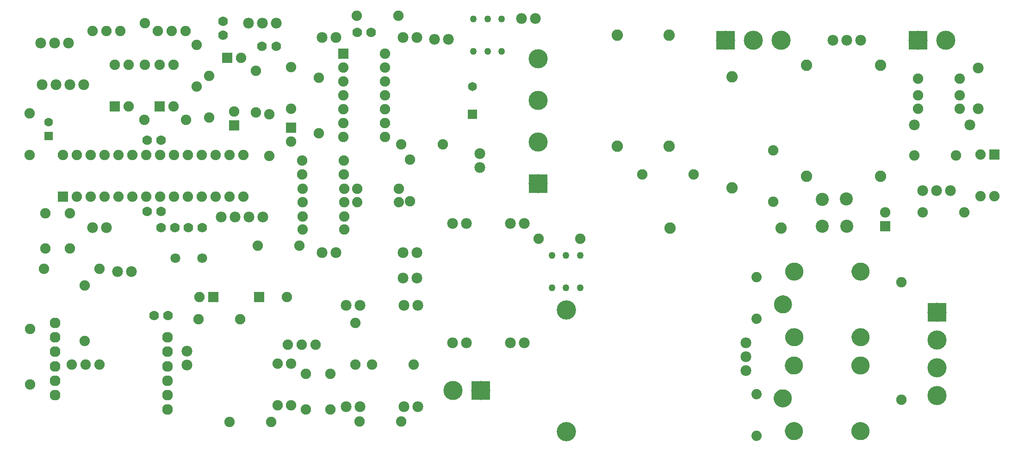
<source format=gtl>
G04 MADE WITH FRITZING*
G04 WWW.FRITZING.ORG*
G04 DOUBLE SIDED*
G04 HOLES PLATED*
G04 CONTOUR ON CENTER OF CONTOUR VECTOR*
%ASAXBY*%
%FSLAX23Y23*%
%MOIN*%
%OFA0B0*%
%SFA1.0B1.0*%
%ADD10C,0.078000*%
%ADD11C,0.138889*%
%ADD12C,0.075000*%
%ADD13C,0.050000*%
%ADD14C,0.062992*%
%ADD15C,0.074000*%
%ADD16C,0.137795*%
%ADD17C,0.077119*%
%ADD18C,0.082000*%
%ADD19C,0.065000*%
%ADD20C,0.070925*%
%ADD21C,0.070866*%
%ADD22C,0.070000*%
%ADD23C,0.129921*%
%ADD24C,0.077992*%
%ADD25C,0.094488*%
%ADD26R,0.075000X0.075000*%
%ADD27R,0.062992X0.062992*%
%ADD28R,0.137795X0.137795*%
%ADD29R,0.000276X0.000276*%
%ADD30R,0.001000X0.001000*%
%LNCOPPER1*%
G90*
G70*
G54D10*
X3721Y798D03*
X3621Y798D03*
X3305Y798D03*
X3205Y798D03*
X3721Y1656D03*
X3205Y1656D03*
X3305Y1656D03*
X3621Y1656D03*
G54D11*
X4025Y157D03*
X4025Y1033D03*
G54D10*
X2947Y1445D03*
X2263Y1445D03*
X2947Y2995D03*
X2263Y2995D03*
X2847Y2995D03*
X2363Y2995D03*
X2363Y1445D03*
X2847Y1445D03*
G54D12*
X6438Y1232D03*
X6438Y385D03*
X2416Y2880D03*
X2716Y2880D03*
X2416Y2780D03*
X2716Y2780D03*
X2416Y2680D03*
X2716Y2680D03*
X2416Y2580D03*
X2716Y2580D03*
X2416Y2480D03*
X2716Y2480D03*
X2416Y2380D03*
X2716Y2380D03*
X2416Y2280D03*
X2716Y2280D03*
G54D10*
X2954Y338D03*
X2854Y338D03*
X2537Y338D03*
X2437Y338D03*
X2954Y1066D03*
X2854Y1066D03*
X2537Y1066D03*
X2437Y1066D03*
G54D13*
X4022Y1192D03*
X4022Y1427D03*
X3921Y1427D03*
X4124Y1427D03*
X4124Y1192D03*
X3921Y1192D03*
X3456Y2895D03*
X3456Y3130D03*
X3355Y3130D03*
X3557Y3130D03*
X3557Y2895D03*
X3355Y2895D03*
G54D10*
X6143Y2975D03*
X6043Y2975D03*
X5943Y2975D03*
X5316Y597D03*
X5316Y697D03*
X5316Y797D03*
X6792Y1892D03*
X6692Y1892D03*
X6592Y1892D03*
X1934Y3101D03*
X1834Y3101D03*
X1734Y3101D03*
X437Y2955D03*
X337Y2955D03*
X237Y2955D03*
X546Y2656D03*
X446Y2656D03*
X346Y2656D03*
X246Y2656D03*
G54D14*
X295Y2288D03*
X295Y2387D03*
G54D15*
X5395Y427D03*
X5395Y127D03*
X5395Y427D03*
X5395Y127D03*
X2816Y1809D03*
X2516Y1809D03*
X2816Y1809D03*
X2516Y1809D03*
X5395Y969D03*
X5395Y1269D03*
X5395Y969D03*
X5395Y1269D03*
G54D12*
X4942Y2010D03*
X4572Y2010D03*
X4942Y2010D03*
X4572Y2010D03*
X5513Y1814D03*
X5513Y2184D03*
X5513Y1814D03*
X5513Y2184D03*
G54D10*
X3400Y2161D03*
X3400Y2061D03*
G54D16*
X3820Y1944D03*
X3820Y2244D03*
X3820Y2544D03*
X3820Y2844D03*
G54D17*
X1151Y315D03*
X1151Y420D03*
X1151Y524D03*
X1151Y628D03*
X1151Y732D03*
X1151Y836D03*
X341Y420D03*
X341Y524D03*
X341Y628D03*
X341Y732D03*
X341Y836D03*
X341Y941D03*
G54D12*
X2147Y318D03*
X2147Y573D03*
X2324Y318D03*
X2324Y573D03*
X269Y1475D03*
X269Y1731D03*
X446Y1475D03*
X446Y1731D03*
X6556Y2699D03*
X6856Y2699D03*
X6856Y2483D03*
X6556Y2483D03*
X6556Y2581D03*
X6856Y2581D03*
X6891Y1735D03*
X6591Y1735D03*
X6832Y2148D03*
X6532Y2148D03*
G54D10*
X6531Y2365D03*
X6931Y2365D03*
X6531Y2365D03*
X6931Y2365D03*
G54D12*
X1479Y1125D03*
X1379Y1125D03*
X1812Y1125D03*
X2012Y1125D03*
X2042Y2346D03*
X2042Y2246D03*
X1629Y2363D03*
X1629Y2463D03*
X1582Y2851D03*
X1682Y2851D03*
X397Y1849D03*
X397Y2149D03*
X497Y1849D03*
X497Y2149D03*
X597Y1849D03*
X597Y2149D03*
X697Y1849D03*
X697Y2149D03*
X797Y1849D03*
X797Y2149D03*
X897Y1849D03*
X897Y2149D03*
X997Y1849D03*
X997Y2149D03*
X1097Y1849D03*
X1097Y2149D03*
X1197Y1849D03*
X1197Y2149D03*
X1297Y1849D03*
X1297Y2149D03*
X1397Y1849D03*
X1397Y2149D03*
X1497Y1849D03*
X1497Y2149D03*
X1597Y1849D03*
X1597Y2149D03*
X1697Y1849D03*
X1697Y2149D03*
X7107Y2153D03*
X7107Y1853D03*
X7007Y2153D03*
X7007Y1853D03*
G54D10*
X1289Y738D03*
X1289Y638D03*
X789Y1310D03*
X889Y1310D03*
X611Y1625D03*
X711Y1625D03*
X1537Y1703D03*
X1637Y1703D03*
X1737Y1703D03*
X1837Y1703D03*
X2948Y1262D03*
X2848Y1262D03*
X3174Y2983D03*
X3074Y2983D03*
X3802Y3133D03*
X3702Y3133D03*
G54D18*
X4770Y1624D03*
X5570Y1624D03*
X5755Y2798D03*
X5755Y1998D03*
X5218Y1912D03*
X5218Y2712D03*
X4764Y3014D03*
X4764Y2214D03*
X4391Y3014D03*
X4391Y2214D03*
X6286Y2798D03*
X6286Y1998D03*
G54D12*
X659Y1329D03*
X259Y1329D03*
X1361Y2644D03*
X1361Y2944D03*
X2239Y2706D03*
X2239Y2306D03*
X2042Y2783D03*
X2042Y2483D03*
X1885Y2143D03*
X1885Y2443D03*
X1786Y2458D03*
X1786Y2758D03*
X1452Y2419D03*
X1452Y2719D03*
G54D19*
X3348Y2642D03*
X3348Y2442D03*
X3348Y2642D03*
X3348Y2442D03*
G54D16*
X3408Y454D03*
X3208Y454D03*
X6556Y2975D03*
X6756Y2975D03*
X5172Y2975D03*
X5372Y2975D03*
X5572Y2975D03*
G54D20*
X1400Y1408D03*
G54D21*
X1207Y1408D03*
G54D12*
X3135Y2227D03*
X2835Y2227D03*
X2421Y2109D03*
X2121Y2109D03*
X2503Y640D03*
X2503Y940D03*
X2923Y640D03*
X2623Y640D03*
X2835Y230D03*
X2535Y230D03*
X2815Y3152D03*
X2515Y3152D03*
X2897Y1817D03*
X2897Y2117D03*
X1801Y1498D03*
X2101Y1498D03*
X1374Y967D03*
X1674Y967D03*
X3824Y1545D03*
X4124Y1545D03*
X2123Y1612D03*
X2423Y1612D03*
X2816Y1908D03*
X2516Y1908D03*
X2423Y1907D03*
X2123Y1907D03*
X2423Y1708D03*
X2123Y1708D03*
X2423Y1809D03*
X2123Y1809D03*
X2421Y2010D03*
X2121Y2010D03*
X1943Y645D03*
X1943Y345D03*
X2041Y645D03*
X2041Y345D03*
X1596Y227D03*
X1896Y227D03*
X2018Y783D03*
X2118Y783D03*
X2218Y783D03*
X462Y640D03*
X562Y640D03*
X662Y640D03*
X160Y496D03*
X160Y896D03*
X554Y811D03*
X554Y1211D03*
G54D22*
X1400Y1625D03*
X1300Y1625D03*
X1153Y994D03*
X1053Y994D03*
X1933Y2932D03*
X1832Y2932D03*
X1550Y3012D03*
X1550Y3113D03*
X2618Y3033D03*
X2518Y3033D03*
X1005Y2255D03*
X1105Y2255D03*
X1105Y1743D03*
X1005Y1743D03*
X1204Y1625D03*
X1103Y1625D03*
G54D23*
X5583Y396D03*
X5664Y160D03*
X6143Y160D03*
X5664Y632D03*
X6143Y632D03*
X5585Y1073D03*
X5666Y837D03*
X6144Y837D03*
X5666Y1309D03*
X6144Y1309D03*
G54D12*
X1094Y2499D03*
X1094Y2799D03*
X1194Y2499D03*
X1194Y2799D03*
X769Y2499D03*
X769Y2799D03*
X869Y2499D03*
X869Y2799D03*
X1081Y3042D03*
X1181Y3042D03*
X1281Y3042D03*
X609Y3042D03*
X709Y3042D03*
X809Y3042D03*
X157Y2150D03*
X157Y2450D03*
X984Y2404D03*
X1284Y2404D03*
X986Y3101D03*
X986Y2801D03*
G54D16*
X6694Y1016D03*
X6694Y816D03*
X6694Y616D03*
X6694Y416D03*
G54D24*
X6990Y2483D03*
X6990Y2778D03*
G54D25*
X5868Y1831D03*
X5867Y1636D03*
X6043Y1635D03*
X6041Y1834D03*
G54D12*
X6320Y1635D03*
X6320Y1735D03*
G54D26*
X2416Y2880D03*
G54D27*
X295Y2288D03*
G54D28*
X3820Y1944D03*
G54D29*
X3820Y1875D03*
G54D26*
X1479Y1125D03*
X1812Y1125D03*
X2042Y2346D03*
X1629Y2363D03*
X1582Y2851D03*
X397Y1849D03*
X7107Y2153D03*
G54D28*
X3408Y454D03*
X6556Y2975D03*
X5172Y2975D03*
G54D26*
X1094Y2499D03*
X769Y2499D03*
G54D28*
X6694Y1016D03*
G54D26*
X6320Y1635D03*
G54D30*
X3316Y2475D02*
X3379Y2475D01*
X3315Y2474D02*
X3379Y2474D01*
X3315Y2473D02*
X3379Y2473D01*
X3315Y2472D02*
X3379Y2472D01*
X3315Y2471D02*
X3379Y2471D01*
X3315Y2470D02*
X3379Y2470D01*
X3315Y2469D02*
X3379Y2469D01*
X3315Y2468D02*
X3379Y2468D01*
X3315Y2467D02*
X3379Y2467D01*
X3315Y2466D02*
X3379Y2466D01*
X3315Y2465D02*
X3379Y2465D01*
X3315Y2464D02*
X3379Y2464D01*
X3315Y2463D02*
X3379Y2463D01*
X3315Y2462D02*
X3379Y2462D01*
X3315Y2461D02*
X3379Y2461D01*
X3315Y2460D02*
X3379Y2460D01*
X3315Y2459D02*
X3379Y2459D01*
X3315Y2458D02*
X3379Y2458D01*
X3315Y2457D02*
X3379Y2457D01*
X3315Y2456D02*
X3344Y2456D01*
X3350Y2456D02*
X3379Y2456D01*
X3315Y2455D02*
X3341Y2455D01*
X3353Y2455D02*
X3379Y2455D01*
X3315Y2454D02*
X3339Y2454D01*
X3355Y2454D02*
X3379Y2454D01*
X3315Y2453D02*
X3338Y2453D01*
X3357Y2453D02*
X3379Y2453D01*
X3315Y2452D02*
X3337Y2452D01*
X3358Y2452D02*
X3379Y2452D01*
X3315Y2451D02*
X3336Y2451D01*
X3358Y2451D02*
X3379Y2451D01*
X3315Y2450D02*
X3335Y2450D01*
X3359Y2450D02*
X3379Y2450D01*
X3315Y2449D02*
X3335Y2449D01*
X3360Y2449D02*
X3379Y2449D01*
X3315Y2448D02*
X3334Y2448D01*
X3360Y2448D02*
X3379Y2448D01*
X3315Y2447D02*
X3334Y2447D01*
X3361Y2447D02*
X3379Y2447D01*
X3315Y2446D02*
X3333Y2446D01*
X3361Y2446D02*
X3379Y2446D01*
X3315Y2445D02*
X3333Y2445D01*
X3361Y2445D02*
X3379Y2445D01*
X3315Y2444D02*
X3333Y2444D01*
X3361Y2444D02*
X3379Y2444D01*
X3315Y2443D02*
X3333Y2443D01*
X3361Y2443D02*
X3379Y2443D01*
X3315Y2442D02*
X3333Y2442D01*
X3361Y2442D02*
X3379Y2442D01*
X3315Y2441D02*
X3333Y2441D01*
X3361Y2441D02*
X3379Y2441D01*
X3315Y2440D02*
X3333Y2440D01*
X3361Y2440D02*
X3379Y2440D01*
X3315Y2439D02*
X3333Y2439D01*
X3361Y2439D02*
X3379Y2439D01*
X3315Y2438D02*
X3334Y2438D01*
X3361Y2438D02*
X3379Y2438D01*
X3315Y2437D02*
X3334Y2437D01*
X3360Y2437D02*
X3379Y2437D01*
X3315Y2436D02*
X3335Y2436D01*
X3360Y2436D02*
X3379Y2436D01*
X3315Y2435D02*
X3335Y2435D01*
X3359Y2435D02*
X3379Y2435D01*
X3315Y2434D02*
X3336Y2434D01*
X3358Y2434D02*
X3379Y2434D01*
X3315Y2433D02*
X3337Y2433D01*
X3358Y2433D02*
X3379Y2433D01*
X3315Y2432D02*
X3338Y2432D01*
X3356Y2432D02*
X3379Y2432D01*
X3315Y2431D02*
X3339Y2431D01*
X3355Y2431D02*
X3379Y2431D01*
X3315Y2430D02*
X3341Y2430D01*
X3353Y2430D02*
X3379Y2430D01*
X3315Y2429D02*
X3344Y2429D01*
X3350Y2429D02*
X3379Y2429D01*
X3315Y2428D02*
X3379Y2428D01*
X3315Y2427D02*
X3379Y2427D01*
X3315Y2426D02*
X3379Y2426D01*
X3315Y2425D02*
X3379Y2425D01*
X3315Y2424D02*
X3379Y2424D01*
X3315Y2423D02*
X3379Y2423D01*
X3315Y2422D02*
X3379Y2422D01*
X3315Y2421D02*
X3379Y2421D01*
X3315Y2420D02*
X3379Y2420D01*
X3315Y2419D02*
X3379Y2419D01*
X3315Y2418D02*
X3379Y2418D01*
X3315Y2417D02*
X3379Y2417D01*
X3315Y2416D02*
X3379Y2416D01*
X3315Y2415D02*
X3379Y2415D01*
X3315Y2414D02*
X3379Y2414D01*
X3315Y2413D02*
X3379Y2413D01*
X3315Y2412D02*
X3379Y2412D01*
X3315Y2411D02*
X3379Y2411D01*
X5657Y1374D02*
X5673Y1374D01*
X6135Y1374D02*
X6151Y1374D01*
X5651Y1373D02*
X5678Y1373D01*
X6130Y1373D02*
X6157Y1373D01*
X5647Y1372D02*
X5682Y1372D01*
X6126Y1372D02*
X6161Y1372D01*
X5644Y1371D02*
X5686Y1371D01*
X6123Y1371D02*
X6164Y1371D01*
X5641Y1370D02*
X5688Y1370D01*
X6120Y1370D02*
X6167Y1370D01*
X5639Y1369D02*
X5691Y1369D01*
X6117Y1369D02*
X6169Y1369D01*
X5637Y1368D02*
X5693Y1368D01*
X6115Y1368D02*
X6171Y1368D01*
X5635Y1367D02*
X5695Y1367D01*
X6113Y1367D02*
X6173Y1367D01*
X5633Y1366D02*
X5697Y1366D01*
X6112Y1366D02*
X6175Y1366D01*
X5632Y1365D02*
X5698Y1365D01*
X6110Y1365D02*
X6177Y1365D01*
X5630Y1364D02*
X5700Y1364D01*
X6108Y1364D02*
X6178Y1364D01*
X5628Y1363D02*
X5701Y1363D01*
X6107Y1363D02*
X6180Y1363D01*
X5627Y1362D02*
X5703Y1362D01*
X6105Y1362D02*
X6181Y1362D01*
X5626Y1361D02*
X5704Y1361D01*
X6104Y1361D02*
X6182Y1361D01*
X5624Y1360D02*
X5705Y1360D01*
X6103Y1360D02*
X6184Y1360D01*
X5623Y1359D02*
X5707Y1359D01*
X6102Y1359D02*
X6185Y1359D01*
X5622Y1358D02*
X5708Y1358D01*
X6100Y1358D02*
X6186Y1358D01*
X5621Y1357D02*
X5709Y1357D01*
X6099Y1357D02*
X6187Y1357D01*
X5620Y1356D02*
X5710Y1356D01*
X6098Y1356D02*
X6188Y1356D01*
X5619Y1355D02*
X5711Y1355D01*
X6097Y1355D02*
X6189Y1355D01*
X5618Y1354D02*
X5712Y1354D01*
X6096Y1354D02*
X6190Y1354D01*
X5617Y1353D02*
X5713Y1353D01*
X6095Y1353D02*
X6191Y1353D01*
X5616Y1352D02*
X5714Y1352D01*
X6095Y1352D02*
X6192Y1352D01*
X5615Y1351D02*
X5714Y1351D01*
X6094Y1351D02*
X6193Y1351D01*
X5615Y1350D02*
X5715Y1350D01*
X6093Y1350D02*
X6194Y1350D01*
X5614Y1349D02*
X5716Y1349D01*
X6092Y1349D02*
X6194Y1349D01*
X5613Y1348D02*
X5717Y1348D01*
X6091Y1348D02*
X6195Y1348D01*
X5612Y1347D02*
X5717Y1347D01*
X6091Y1347D02*
X6196Y1347D01*
X5612Y1346D02*
X5718Y1346D01*
X6090Y1346D02*
X6196Y1346D01*
X5611Y1345D02*
X5719Y1345D01*
X6089Y1345D02*
X6197Y1345D01*
X5610Y1344D02*
X5719Y1344D01*
X6089Y1344D02*
X6198Y1344D01*
X5610Y1343D02*
X5720Y1343D01*
X6088Y1343D02*
X6198Y1343D01*
X5609Y1342D02*
X5721Y1342D01*
X6088Y1342D02*
X6199Y1342D01*
X5609Y1341D02*
X5721Y1341D01*
X6087Y1341D02*
X6200Y1341D01*
X5608Y1340D02*
X5722Y1340D01*
X6086Y1340D02*
X6200Y1340D01*
X5608Y1339D02*
X5722Y1339D01*
X6086Y1339D02*
X6201Y1339D01*
X5607Y1338D02*
X5723Y1338D01*
X6085Y1338D02*
X6201Y1338D01*
X5607Y1337D02*
X5723Y1337D01*
X6085Y1337D02*
X6202Y1337D01*
X5606Y1336D02*
X5724Y1336D01*
X6084Y1336D02*
X6202Y1336D01*
X5606Y1335D02*
X5660Y1335D01*
X5670Y1335D02*
X5724Y1335D01*
X6084Y1335D02*
X6138Y1335D01*
X6148Y1335D02*
X6203Y1335D01*
X5605Y1334D02*
X5656Y1334D01*
X5674Y1334D02*
X5725Y1334D01*
X6084Y1334D02*
X6135Y1334D01*
X6152Y1334D02*
X6203Y1334D01*
X5605Y1333D02*
X5654Y1333D01*
X5676Y1333D02*
X5725Y1333D01*
X6083Y1333D02*
X6132Y1333D01*
X6154Y1333D02*
X6203Y1333D01*
X5605Y1332D02*
X5652Y1332D01*
X5678Y1332D02*
X5725Y1332D01*
X6083Y1332D02*
X6130Y1332D01*
X6156Y1332D02*
X6204Y1332D01*
X5604Y1331D02*
X5650Y1331D01*
X5680Y1331D02*
X5726Y1331D01*
X6082Y1331D02*
X6128Y1331D01*
X6158Y1331D02*
X6204Y1331D01*
X5604Y1330D02*
X5649Y1330D01*
X5681Y1330D02*
X5726Y1330D01*
X6082Y1330D02*
X6127Y1330D01*
X6159Y1330D02*
X6204Y1330D01*
X5603Y1329D02*
X5648Y1329D01*
X5682Y1329D02*
X5726Y1329D01*
X6082Y1329D02*
X6126Y1329D01*
X6160Y1329D02*
X6205Y1329D01*
X5603Y1328D02*
X5647Y1328D01*
X5683Y1328D02*
X5727Y1328D01*
X6082Y1328D02*
X6125Y1328D01*
X6162Y1328D02*
X6205Y1328D01*
X5603Y1327D02*
X5646Y1327D01*
X5684Y1327D02*
X5727Y1327D01*
X6081Y1327D02*
X6124Y1327D01*
X6163Y1327D02*
X6205Y1327D01*
X5603Y1326D02*
X5645Y1326D01*
X5685Y1326D02*
X5727Y1326D01*
X6081Y1326D02*
X6123Y1326D01*
X6163Y1326D02*
X6205Y1326D01*
X5602Y1325D02*
X5644Y1325D01*
X5686Y1325D02*
X5727Y1325D01*
X6081Y1325D02*
X6122Y1325D01*
X6164Y1325D02*
X6206Y1325D01*
X5602Y1324D02*
X5643Y1324D01*
X5687Y1324D02*
X5728Y1324D01*
X6081Y1324D02*
X6121Y1324D01*
X6165Y1324D02*
X6206Y1324D01*
X5602Y1323D02*
X5643Y1323D01*
X5687Y1323D02*
X5728Y1323D01*
X6080Y1323D02*
X6121Y1323D01*
X6166Y1323D02*
X6206Y1323D01*
X5602Y1322D02*
X5642Y1322D01*
X5688Y1322D02*
X5728Y1322D01*
X6080Y1322D02*
X6120Y1322D01*
X6166Y1322D02*
X6206Y1322D01*
X5602Y1321D02*
X5642Y1321D01*
X5688Y1321D02*
X5728Y1321D01*
X6080Y1321D02*
X6120Y1321D01*
X6167Y1321D02*
X6207Y1321D01*
X5601Y1320D02*
X5641Y1320D01*
X5689Y1320D02*
X5728Y1320D01*
X6080Y1320D02*
X6119Y1320D01*
X6167Y1320D02*
X6207Y1320D01*
X5601Y1319D02*
X5641Y1319D01*
X5689Y1319D02*
X5729Y1319D01*
X6080Y1319D02*
X6119Y1319D01*
X6168Y1319D02*
X6207Y1319D01*
X5601Y1318D02*
X5640Y1318D01*
X5690Y1318D02*
X5729Y1318D01*
X6079Y1318D02*
X6118Y1318D01*
X6168Y1318D02*
X6207Y1318D01*
X5601Y1317D02*
X5640Y1317D01*
X5690Y1317D02*
X5729Y1317D01*
X6079Y1317D02*
X6118Y1317D01*
X6168Y1317D02*
X6207Y1317D01*
X5601Y1316D02*
X5640Y1316D01*
X5690Y1316D02*
X5729Y1316D01*
X6079Y1316D02*
X6118Y1316D01*
X6169Y1316D02*
X6207Y1316D01*
X5601Y1315D02*
X5639Y1315D01*
X5691Y1315D02*
X5729Y1315D01*
X6079Y1315D02*
X6118Y1315D01*
X6169Y1315D02*
X6207Y1315D01*
X5601Y1314D02*
X5639Y1314D01*
X5691Y1314D02*
X5729Y1314D01*
X6079Y1314D02*
X6117Y1314D01*
X6169Y1314D02*
X6207Y1314D01*
X5601Y1313D02*
X5639Y1313D01*
X5691Y1313D02*
X5729Y1313D01*
X6079Y1313D02*
X6117Y1313D01*
X6169Y1313D02*
X6207Y1313D01*
X5601Y1312D02*
X5639Y1312D01*
X5691Y1312D02*
X5729Y1312D01*
X6079Y1312D02*
X6117Y1312D01*
X6169Y1312D02*
X6208Y1312D01*
X5601Y1311D02*
X5639Y1311D01*
X5691Y1311D02*
X5729Y1311D01*
X6079Y1311D02*
X6117Y1311D01*
X6169Y1311D02*
X6208Y1311D01*
X5600Y1310D02*
X5639Y1310D01*
X5691Y1310D02*
X5729Y1310D01*
X6079Y1310D02*
X6117Y1310D01*
X6169Y1310D02*
X6208Y1310D01*
X5601Y1309D02*
X5639Y1309D01*
X5691Y1309D02*
X5729Y1309D01*
X6079Y1309D02*
X6117Y1309D01*
X6169Y1309D02*
X6208Y1309D01*
X5601Y1308D02*
X5639Y1308D01*
X5691Y1308D02*
X5729Y1308D01*
X6079Y1308D02*
X6117Y1308D01*
X6169Y1308D02*
X6208Y1308D01*
X5601Y1307D02*
X5639Y1307D01*
X5691Y1307D02*
X5729Y1307D01*
X6079Y1307D02*
X6117Y1307D01*
X6169Y1307D02*
X6208Y1307D01*
X5601Y1306D02*
X5639Y1306D01*
X5691Y1306D02*
X5729Y1306D01*
X6079Y1306D02*
X6117Y1306D01*
X6169Y1306D02*
X6207Y1306D01*
X5601Y1305D02*
X5639Y1305D01*
X5691Y1305D02*
X5729Y1305D01*
X6079Y1305D02*
X6117Y1305D01*
X6169Y1305D02*
X6207Y1305D01*
X5601Y1304D02*
X5639Y1304D01*
X5690Y1304D02*
X5729Y1304D01*
X6079Y1304D02*
X6118Y1304D01*
X6169Y1304D02*
X6207Y1304D01*
X5601Y1303D02*
X5640Y1303D01*
X5690Y1303D02*
X5729Y1303D01*
X6079Y1303D02*
X6118Y1303D01*
X6168Y1303D02*
X6207Y1303D01*
X5601Y1302D02*
X5640Y1302D01*
X5690Y1302D02*
X5729Y1302D01*
X6079Y1302D02*
X6118Y1302D01*
X6168Y1302D02*
X6207Y1302D01*
X5601Y1301D02*
X5640Y1301D01*
X5689Y1301D02*
X5729Y1301D01*
X6080Y1301D02*
X6119Y1301D01*
X6168Y1301D02*
X6207Y1301D01*
X5601Y1300D02*
X5641Y1300D01*
X5689Y1300D02*
X5728Y1300D01*
X6080Y1300D02*
X6119Y1300D01*
X6167Y1300D02*
X6207Y1300D01*
X5602Y1299D02*
X5641Y1299D01*
X5689Y1299D02*
X5728Y1299D01*
X6080Y1299D02*
X6120Y1299D01*
X6167Y1299D02*
X6207Y1299D01*
X5602Y1298D02*
X5642Y1298D01*
X5688Y1298D02*
X5728Y1298D01*
X6080Y1298D02*
X6120Y1298D01*
X6166Y1298D02*
X6206Y1298D01*
X5602Y1297D02*
X5642Y1297D01*
X5688Y1297D02*
X5728Y1297D01*
X6080Y1297D02*
X6121Y1297D01*
X6166Y1297D02*
X6206Y1297D01*
X5602Y1296D02*
X5643Y1296D01*
X5687Y1296D02*
X5728Y1296D01*
X6080Y1296D02*
X6121Y1296D01*
X6165Y1296D02*
X6206Y1296D01*
X5602Y1295D02*
X5643Y1295D01*
X5686Y1295D02*
X5728Y1295D01*
X6081Y1295D02*
X6122Y1295D01*
X6165Y1295D02*
X6206Y1295D01*
X5603Y1294D02*
X5644Y1294D01*
X5686Y1294D02*
X5727Y1294D01*
X6081Y1294D02*
X6123Y1294D01*
X6164Y1294D02*
X6206Y1294D01*
X5603Y1293D02*
X5645Y1293D01*
X5685Y1293D02*
X5727Y1293D01*
X6081Y1293D02*
X6123Y1293D01*
X6163Y1293D02*
X6205Y1293D01*
X5603Y1292D02*
X5646Y1292D01*
X5684Y1292D02*
X5727Y1292D01*
X6081Y1292D02*
X6124Y1292D01*
X6162Y1292D02*
X6205Y1292D01*
X5603Y1291D02*
X5647Y1291D01*
X5683Y1291D02*
X5727Y1291D01*
X6082Y1291D02*
X6125Y1291D01*
X6161Y1291D02*
X6205Y1291D01*
X5604Y1290D02*
X5648Y1290D01*
X5682Y1290D02*
X5726Y1290D01*
X6082Y1290D02*
X6127Y1290D01*
X6160Y1290D02*
X6205Y1290D01*
X5604Y1289D02*
X5649Y1289D01*
X5680Y1289D02*
X5726Y1289D01*
X6082Y1289D02*
X6128Y1289D01*
X6159Y1289D02*
X6204Y1289D01*
X5604Y1288D02*
X5651Y1288D01*
X5679Y1288D02*
X5726Y1288D01*
X6083Y1288D02*
X6129Y1288D01*
X6157Y1288D02*
X6204Y1288D01*
X5605Y1287D02*
X5653Y1287D01*
X5677Y1287D02*
X5725Y1287D01*
X6083Y1287D02*
X6131Y1287D01*
X6155Y1287D02*
X6203Y1287D01*
X5605Y1286D02*
X5655Y1286D01*
X5675Y1286D02*
X5725Y1286D01*
X6083Y1286D02*
X6133Y1286D01*
X6153Y1286D02*
X6203Y1286D01*
X5605Y1285D02*
X5658Y1285D01*
X5672Y1285D02*
X5724Y1285D01*
X6084Y1285D02*
X6136Y1285D01*
X6151Y1285D02*
X6203Y1285D01*
X5606Y1284D02*
X5724Y1284D01*
X6084Y1284D02*
X6202Y1284D01*
X5606Y1283D02*
X5724Y1283D01*
X6085Y1283D02*
X6202Y1283D01*
X5607Y1282D02*
X5723Y1282D01*
X6085Y1282D02*
X6201Y1282D01*
X5607Y1281D02*
X5723Y1281D01*
X6086Y1281D02*
X6201Y1281D01*
X5608Y1280D02*
X5722Y1280D01*
X6086Y1280D02*
X6200Y1280D01*
X5608Y1279D02*
X5722Y1279D01*
X6087Y1279D02*
X6200Y1279D01*
X5609Y1278D02*
X5721Y1278D01*
X6087Y1278D02*
X6199Y1278D01*
X5609Y1277D02*
X5720Y1277D01*
X6088Y1277D02*
X6199Y1277D01*
X5610Y1276D02*
X5720Y1276D01*
X6088Y1276D02*
X6198Y1276D01*
X5611Y1275D02*
X5719Y1275D01*
X6089Y1275D02*
X6197Y1275D01*
X5611Y1274D02*
X5719Y1274D01*
X6090Y1274D02*
X6197Y1274D01*
X5612Y1273D02*
X5718Y1273D01*
X6090Y1273D02*
X6196Y1273D01*
X5613Y1272D02*
X5717Y1272D01*
X6091Y1272D02*
X6195Y1272D01*
X5613Y1271D02*
X5716Y1271D01*
X6092Y1271D02*
X6195Y1271D01*
X5614Y1270D02*
X5716Y1270D01*
X6093Y1270D02*
X6194Y1270D01*
X5615Y1269D02*
X5715Y1269D01*
X6093Y1269D02*
X6193Y1269D01*
X5616Y1268D02*
X5714Y1268D01*
X6094Y1268D02*
X6192Y1268D01*
X5617Y1267D02*
X5713Y1267D01*
X6095Y1267D02*
X6192Y1267D01*
X5618Y1266D02*
X5712Y1266D01*
X6096Y1266D02*
X6191Y1266D01*
X5618Y1265D02*
X5711Y1265D01*
X6097Y1265D02*
X6190Y1265D01*
X5619Y1264D02*
X5711Y1264D01*
X6098Y1264D02*
X6189Y1264D01*
X5620Y1263D02*
X5709Y1263D01*
X6099Y1263D02*
X6188Y1263D01*
X5621Y1262D02*
X5708Y1262D01*
X6100Y1262D02*
X6187Y1262D01*
X5623Y1261D02*
X5707Y1261D01*
X6101Y1261D02*
X6186Y1261D01*
X5624Y1260D02*
X5706Y1260D01*
X6102Y1260D02*
X6184Y1260D01*
X5625Y1259D02*
X5705Y1259D01*
X6103Y1259D02*
X6183Y1259D01*
X5626Y1258D02*
X5703Y1258D01*
X6105Y1258D02*
X6182Y1258D01*
X5628Y1257D02*
X5702Y1257D01*
X6106Y1257D02*
X6180Y1257D01*
X5629Y1256D02*
X5701Y1256D01*
X6107Y1256D02*
X6179Y1256D01*
X5631Y1255D02*
X5699Y1255D01*
X6109Y1255D02*
X6177Y1255D01*
X5632Y1254D02*
X5698Y1254D01*
X6111Y1254D02*
X6176Y1254D01*
X5634Y1253D02*
X5696Y1253D01*
X6112Y1253D02*
X6174Y1253D01*
X5636Y1252D02*
X5694Y1252D01*
X6114Y1252D02*
X6172Y1252D01*
X5638Y1251D02*
X5692Y1251D01*
X6116Y1251D02*
X6170Y1251D01*
X5640Y1250D02*
X5690Y1250D01*
X6118Y1250D02*
X6168Y1250D01*
X5643Y1249D02*
X5687Y1249D01*
X6121Y1249D02*
X6166Y1249D01*
X5645Y1248D02*
X5684Y1248D01*
X6124Y1248D02*
X6163Y1248D01*
X5649Y1247D02*
X5681Y1247D01*
X6127Y1247D02*
X6159Y1247D01*
X5654Y1246D02*
X5676Y1246D01*
X6132Y1246D02*
X6155Y1246D01*
X5662Y1245D02*
X5668Y1245D01*
X6140Y1245D02*
X6147Y1245D01*
X5578Y1138D02*
X5591Y1138D01*
X5571Y1137D02*
X5597Y1137D01*
X5567Y1136D02*
X5601Y1136D01*
X5564Y1135D02*
X5604Y1135D01*
X5561Y1134D02*
X5607Y1134D01*
X5559Y1133D02*
X5610Y1133D01*
X5557Y1132D02*
X5612Y1132D01*
X5555Y1131D02*
X5614Y1131D01*
X5553Y1130D02*
X5616Y1130D01*
X5551Y1129D02*
X5617Y1129D01*
X5550Y1128D02*
X5619Y1128D01*
X5548Y1127D02*
X5620Y1127D01*
X5547Y1126D02*
X5622Y1126D01*
X5545Y1125D02*
X5623Y1125D01*
X5544Y1124D02*
X5624Y1124D01*
X5543Y1123D02*
X5626Y1123D01*
X5542Y1122D02*
X5627Y1122D01*
X5540Y1121D02*
X5628Y1121D01*
X5539Y1120D02*
X5629Y1120D01*
X5538Y1119D02*
X5630Y1119D01*
X5537Y1118D02*
X5631Y1118D01*
X5537Y1117D02*
X5632Y1117D01*
X5536Y1116D02*
X5633Y1116D01*
X5535Y1115D02*
X5634Y1115D01*
X5534Y1114D02*
X5634Y1114D01*
X5533Y1113D02*
X5635Y1113D01*
X5533Y1112D02*
X5636Y1112D01*
X5532Y1111D02*
X5637Y1111D01*
X5531Y1110D02*
X5637Y1110D01*
X5530Y1109D02*
X5638Y1109D01*
X5530Y1108D02*
X5639Y1108D01*
X5529Y1107D02*
X5639Y1107D01*
X5529Y1106D02*
X5640Y1106D01*
X5528Y1105D02*
X5640Y1105D01*
X5527Y1104D02*
X5641Y1104D01*
X5527Y1103D02*
X5641Y1103D01*
X5526Y1102D02*
X5642Y1102D01*
X5526Y1101D02*
X5642Y1101D01*
X5525Y1100D02*
X5643Y1100D01*
X5525Y1099D02*
X5581Y1099D01*
X5588Y1099D02*
X5643Y1099D01*
X5525Y1098D02*
X5576Y1098D01*
X5592Y1098D02*
X5644Y1098D01*
X5524Y1097D02*
X5574Y1097D01*
X5595Y1097D02*
X5644Y1097D01*
X5524Y1096D02*
X5572Y1096D01*
X5597Y1096D02*
X5645Y1096D01*
X5524Y1095D02*
X5570Y1095D01*
X5599Y1095D02*
X5645Y1095D01*
X5523Y1094D02*
X5568Y1094D01*
X5600Y1094D02*
X5645Y1094D01*
X5523Y1093D02*
X5567Y1093D01*
X5601Y1093D02*
X5646Y1093D01*
X5523Y1092D02*
X5566Y1092D01*
X5602Y1092D02*
X5646Y1092D01*
X5522Y1091D02*
X5565Y1091D01*
X5603Y1091D02*
X5646Y1091D01*
X5522Y1090D02*
X5564Y1090D01*
X5604Y1090D02*
X5646Y1090D01*
X5522Y1089D02*
X5563Y1089D01*
X5605Y1089D02*
X5647Y1089D01*
X5522Y1088D02*
X5563Y1088D01*
X5606Y1088D02*
X5647Y1088D01*
X5521Y1087D02*
X5562Y1087D01*
X5606Y1087D02*
X5647Y1087D01*
X5521Y1086D02*
X5561Y1086D01*
X5607Y1086D02*
X5647Y1086D01*
X5521Y1085D02*
X5561Y1085D01*
X5608Y1085D02*
X5647Y1085D01*
X5521Y1084D02*
X5560Y1084D01*
X5608Y1084D02*
X5648Y1084D01*
X5521Y1083D02*
X5560Y1083D01*
X5608Y1083D02*
X5648Y1083D01*
X5520Y1082D02*
X5560Y1082D01*
X5609Y1082D02*
X5648Y1082D01*
X5520Y1081D02*
X5559Y1081D01*
X5609Y1081D02*
X5648Y1081D01*
X5520Y1080D02*
X5559Y1080D01*
X5610Y1080D02*
X5648Y1080D01*
X5520Y1079D02*
X5559Y1079D01*
X5610Y1079D02*
X5648Y1079D01*
X5520Y1078D02*
X5558Y1078D01*
X5610Y1078D02*
X5648Y1078D01*
X5520Y1077D02*
X5558Y1077D01*
X5610Y1077D02*
X5648Y1077D01*
X5520Y1076D02*
X5558Y1076D01*
X5610Y1076D02*
X5649Y1076D01*
X5520Y1075D02*
X5558Y1075D01*
X5610Y1075D02*
X5649Y1075D01*
X5520Y1074D02*
X5558Y1074D01*
X5610Y1074D02*
X5649Y1074D01*
X5520Y1073D02*
X5558Y1073D01*
X5610Y1073D02*
X5649Y1073D01*
X5520Y1072D02*
X5558Y1072D01*
X5610Y1072D02*
X5649Y1072D01*
X5520Y1071D02*
X5558Y1071D01*
X5610Y1071D02*
X5649Y1071D01*
X5520Y1070D02*
X5558Y1070D01*
X5610Y1070D02*
X5648Y1070D01*
X5520Y1069D02*
X5558Y1069D01*
X5610Y1069D02*
X5648Y1069D01*
X5520Y1068D02*
X5559Y1068D01*
X5610Y1068D02*
X5648Y1068D01*
X5520Y1067D02*
X5559Y1067D01*
X5610Y1067D02*
X5648Y1067D01*
X5520Y1066D02*
X5559Y1066D01*
X5609Y1066D02*
X5648Y1066D01*
X5520Y1065D02*
X5560Y1065D01*
X5609Y1065D02*
X5648Y1065D01*
X5521Y1064D02*
X5560Y1064D01*
X5608Y1064D02*
X5648Y1064D01*
X5521Y1063D02*
X5560Y1063D01*
X5608Y1063D02*
X5648Y1063D01*
X5521Y1062D02*
X5561Y1062D01*
X5607Y1062D02*
X5647Y1062D01*
X5521Y1061D02*
X5561Y1061D01*
X5607Y1061D02*
X5647Y1061D01*
X5521Y1060D02*
X5562Y1060D01*
X5606Y1060D02*
X5647Y1060D01*
X5522Y1059D02*
X5563Y1059D01*
X5606Y1059D02*
X5647Y1059D01*
X5522Y1058D02*
X5563Y1058D01*
X5605Y1058D02*
X5647Y1058D01*
X5522Y1057D02*
X5564Y1057D01*
X5604Y1057D02*
X5646Y1057D01*
X5522Y1056D02*
X5565Y1056D01*
X5603Y1056D02*
X5646Y1056D01*
X5523Y1055D02*
X5566Y1055D01*
X5602Y1055D02*
X5646Y1055D01*
X5523Y1054D02*
X5567Y1054D01*
X5601Y1054D02*
X5646Y1054D01*
X5523Y1053D02*
X5568Y1053D01*
X5600Y1053D02*
X5645Y1053D01*
X5524Y1052D02*
X5570Y1052D01*
X5599Y1052D02*
X5645Y1052D01*
X5524Y1051D02*
X5572Y1051D01*
X5597Y1051D02*
X5645Y1051D01*
X5524Y1050D02*
X5574Y1050D01*
X5595Y1050D02*
X5644Y1050D01*
X5525Y1049D02*
X5576Y1049D01*
X5592Y1049D02*
X5644Y1049D01*
X5525Y1048D02*
X5582Y1048D01*
X5586Y1048D02*
X5643Y1048D01*
X5525Y1047D02*
X5643Y1047D01*
X5526Y1046D02*
X5642Y1046D01*
X5526Y1045D02*
X5642Y1045D01*
X5527Y1044D02*
X5641Y1044D01*
X5527Y1043D02*
X5641Y1043D01*
X5528Y1042D02*
X5640Y1042D01*
X5529Y1041D02*
X5640Y1041D01*
X5529Y1040D02*
X5639Y1040D01*
X5530Y1039D02*
X5639Y1039D01*
X5530Y1038D02*
X5638Y1038D01*
X5531Y1037D02*
X5637Y1037D01*
X5532Y1036D02*
X5637Y1036D01*
X5533Y1035D02*
X5636Y1035D01*
X5533Y1034D02*
X5635Y1034D01*
X5534Y1033D02*
X5634Y1033D01*
X5535Y1032D02*
X5634Y1032D01*
X5536Y1031D02*
X5633Y1031D01*
X5537Y1030D02*
X5632Y1030D01*
X5538Y1029D02*
X5631Y1029D01*
X5538Y1028D02*
X5630Y1028D01*
X5539Y1027D02*
X5629Y1027D01*
X5541Y1026D02*
X5628Y1026D01*
X5542Y1025D02*
X5627Y1025D01*
X5543Y1024D02*
X5626Y1024D01*
X5544Y1023D02*
X5624Y1023D01*
X5545Y1022D02*
X5623Y1022D01*
X5547Y1021D02*
X5622Y1021D01*
X5548Y1020D02*
X5620Y1020D01*
X5550Y1019D02*
X5619Y1019D01*
X5551Y1018D02*
X5617Y1018D01*
X5553Y1017D02*
X5615Y1017D01*
X5555Y1016D02*
X5614Y1016D01*
X5557Y1015D02*
X5612Y1015D01*
X5559Y1014D02*
X5610Y1014D01*
X5561Y1013D02*
X5607Y1013D01*
X5564Y1012D02*
X5604Y1012D01*
X5568Y1011D02*
X5601Y1011D01*
X5572Y1010D02*
X5597Y1010D01*
X5578Y1009D02*
X5590Y1009D01*
X5660Y902D02*
X5670Y902D01*
X6138Y902D02*
X6148Y902D01*
X5653Y901D02*
X5677Y901D01*
X6131Y901D02*
X6155Y901D01*
X5649Y900D02*
X5681Y900D01*
X6127Y900D02*
X6159Y900D01*
X5645Y899D02*
X5685Y899D01*
X6123Y899D02*
X6163Y899D01*
X5642Y898D02*
X5687Y898D01*
X6121Y898D02*
X6166Y898D01*
X5640Y897D02*
X5690Y897D01*
X6118Y897D02*
X6168Y897D01*
X5638Y896D02*
X5692Y896D01*
X6116Y896D02*
X6170Y896D01*
X5636Y895D02*
X5694Y895D01*
X6114Y895D02*
X6173Y895D01*
X5634Y894D02*
X5696Y894D01*
X6112Y894D02*
X6174Y894D01*
X5632Y893D02*
X5698Y893D01*
X6110Y893D02*
X6176Y893D01*
X5631Y892D02*
X5699Y892D01*
X6109Y892D02*
X6178Y892D01*
X5629Y891D02*
X5701Y891D01*
X6107Y891D02*
X6179Y891D01*
X5628Y890D02*
X5702Y890D01*
X6106Y890D02*
X6181Y890D01*
X5626Y889D02*
X5704Y889D01*
X6105Y889D02*
X6182Y889D01*
X5625Y888D02*
X5705Y888D01*
X6103Y888D02*
X6183Y888D01*
X5624Y887D02*
X5706Y887D01*
X6102Y887D02*
X6185Y887D01*
X5623Y886D02*
X5707Y886D01*
X6101Y886D02*
X6186Y886D01*
X5621Y885D02*
X5708Y885D01*
X6100Y885D02*
X6187Y885D01*
X5620Y884D02*
X5710Y884D01*
X6099Y884D02*
X6188Y884D01*
X5619Y883D02*
X5711Y883D01*
X6098Y883D02*
X6189Y883D01*
X5618Y882D02*
X5711Y882D01*
X6097Y882D02*
X6190Y882D01*
X5617Y881D02*
X5712Y881D01*
X6096Y881D02*
X6191Y881D01*
X5617Y880D02*
X5713Y880D01*
X6095Y880D02*
X6192Y880D01*
X5616Y879D02*
X5714Y879D01*
X6094Y879D02*
X6193Y879D01*
X5615Y878D02*
X5715Y878D01*
X6093Y878D02*
X6193Y878D01*
X5614Y877D02*
X5716Y877D01*
X6092Y877D02*
X6194Y877D01*
X5613Y876D02*
X5716Y876D01*
X6092Y876D02*
X6195Y876D01*
X5613Y875D02*
X5717Y875D01*
X6091Y875D02*
X6195Y875D01*
X5612Y874D02*
X5718Y874D01*
X6090Y874D02*
X6196Y874D01*
X5611Y873D02*
X5719Y873D01*
X6090Y873D02*
X6197Y873D01*
X5611Y872D02*
X5719Y872D01*
X6089Y872D02*
X6198Y872D01*
X5610Y871D02*
X5720Y871D01*
X6088Y871D02*
X6198Y871D01*
X5609Y870D02*
X5720Y870D01*
X6088Y870D02*
X6199Y870D01*
X5609Y869D02*
X5721Y869D01*
X6087Y869D02*
X6199Y869D01*
X5608Y868D02*
X5722Y868D01*
X6087Y868D02*
X6200Y868D01*
X5608Y867D02*
X5722Y867D01*
X6086Y867D02*
X6200Y867D01*
X5607Y866D02*
X5723Y866D01*
X6086Y866D02*
X6201Y866D01*
X5607Y865D02*
X5723Y865D01*
X6085Y865D02*
X6201Y865D01*
X5606Y864D02*
X5724Y864D01*
X6085Y864D02*
X6202Y864D01*
X5606Y863D02*
X5724Y863D01*
X6084Y863D02*
X6202Y863D01*
X5605Y862D02*
X5657Y862D01*
X5673Y862D02*
X5724Y862D01*
X6084Y862D02*
X6136Y862D01*
X6151Y862D02*
X6203Y862D01*
X5605Y861D02*
X5655Y861D01*
X5675Y861D02*
X5725Y861D01*
X6083Y861D02*
X6133Y861D01*
X6154Y861D02*
X6203Y861D01*
X5605Y860D02*
X5653Y860D01*
X5677Y860D02*
X5725Y860D01*
X6083Y860D02*
X6131Y860D01*
X6156Y860D02*
X6204Y860D01*
X5604Y859D02*
X5651Y859D01*
X5679Y859D02*
X5726Y859D01*
X6083Y859D02*
X6129Y859D01*
X6157Y859D02*
X6204Y859D01*
X5604Y858D02*
X5649Y858D01*
X5681Y858D02*
X5726Y858D01*
X6082Y858D02*
X6128Y858D01*
X6159Y858D02*
X6204Y858D01*
X5604Y857D02*
X5648Y857D01*
X5682Y857D02*
X5726Y857D01*
X6082Y857D02*
X6126Y857D01*
X6160Y857D02*
X6205Y857D01*
X5603Y856D02*
X5647Y856D01*
X5683Y856D02*
X5727Y856D01*
X6082Y856D02*
X6125Y856D01*
X6161Y856D02*
X6205Y856D01*
X5603Y855D02*
X5646Y855D01*
X5684Y855D02*
X5727Y855D01*
X6081Y855D02*
X6124Y855D01*
X6162Y855D02*
X6205Y855D01*
X5603Y854D02*
X5645Y854D01*
X5685Y854D02*
X5727Y854D01*
X6081Y854D02*
X6123Y854D01*
X6163Y854D02*
X6205Y854D01*
X5603Y853D02*
X5644Y853D01*
X5686Y853D02*
X5727Y853D01*
X6081Y853D02*
X6123Y853D01*
X6164Y853D02*
X6206Y853D01*
X5602Y852D02*
X5643Y852D01*
X5686Y852D02*
X5728Y852D01*
X6081Y852D02*
X6122Y852D01*
X6165Y852D02*
X6206Y852D01*
X5602Y851D02*
X5643Y851D01*
X5687Y851D02*
X5728Y851D01*
X6080Y851D02*
X6121Y851D01*
X6165Y851D02*
X6206Y851D01*
X5602Y850D02*
X5642Y850D01*
X5688Y850D02*
X5728Y850D01*
X6080Y850D02*
X6121Y850D01*
X6166Y850D02*
X6206Y850D01*
X5602Y849D02*
X5642Y849D01*
X5688Y849D02*
X5728Y849D01*
X6080Y849D02*
X6120Y849D01*
X6166Y849D02*
X6206Y849D01*
X5601Y848D02*
X5641Y848D01*
X5689Y848D02*
X5728Y848D01*
X6080Y848D02*
X6119Y848D01*
X6167Y848D02*
X6207Y848D01*
X5601Y847D02*
X5641Y847D01*
X5689Y847D02*
X5728Y847D01*
X6080Y847D02*
X6119Y847D01*
X6167Y847D02*
X6207Y847D01*
X5601Y846D02*
X5640Y846D01*
X5690Y846D02*
X5729Y846D01*
X6079Y846D02*
X6119Y846D01*
X6168Y846D02*
X6207Y846D01*
X5601Y845D02*
X5640Y845D01*
X5690Y845D02*
X5729Y845D01*
X6079Y845D02*
X6118Y845D01*
X6168Y845D02*
X6207Y845D01*
X5601Y844D02*
X5640Y844D01*
X5690Y844D02*
X5729Y844D01*
X6079Y844D02*
X6118Y844D01*
X6169Y844D02*
X6207Y844D01*
X5601Y843D02*
X5639Y843D01*
X5690Y843D02*
X5729Y843D01*
X6079Y843D02*
X6118Y843D01*
X6169Y843D02*
X6207Y843D01*
X5601Y842D02*
X5639Y842D01*
X5691Y842D02*
X5729Y842D01*
X6079Y842D02*
X6117Y842D01*
X6169Y842D02*
X6207Y842D01*
X5601Y841D02*
X5639Y841D01*
X5691Y841D02*
X5729Y841D01*
X6079Y841D02*
X6117Y841D01*
X6169Y841D02*
X6207Y841D01*
X5601Y840D02*
X5639Y840D01*
X5691Y840D02*
X5729Y840D01*
X6079Y840D02*
X6117Y840D01*
X6169Y840D02*
X6208Y840D01*
X5601Y839D02*
X5639Y839D01*
X5691Y839D02*
X5729Y839D01*
X6079Y839D02*
X6117Y839D01*
X6169Y839D02*
X6208Y839D01*
X5600Y838D02*
X5639Y838D01*
X5691Y838D02*
X5729Y838D01*
X6079Y838D02*
X6117Y838D01*
X6169Y838D02*
X6208Y838D01*
X5600Y837D02*
X5639Y837D01*
X5691Y837D02*
X5729Y837D01*
X6079Y837D02*
X6117Y837D01*
X6169Y837D02*
X6208Y837D01*
X5601Y836D02*
X5639Y836D01*
X5691Y836D02*
X5729Y836D01*
X6079Y836D02*
X6117Y836D01*
X6169Y836D02*
X6208Y836D01*
X5601Y835D02*
X5639Y835D01*
X5691Y835D02*
X5729Y835D01*
X6079Y835D02*
X6117Y835D01*
X6169Y835D02*
X6208Y835D01*
X5601Y834D02*
X5639Y834D01*
X5691Y834D02*
X5729Y834D01*
X6079Y834D02*
X6117Y834D01*
X6169Y834D02*
X6207Y834D01*
X5601Y833D02*
X5639Y833D01*
X5691Y833D02*
X5729Y833D01*
X6079Y833D02*
X6117Y833D01*
X6169Y833D02*
X6207Y833D01*
X5601Y832D02*
X5639Y832D01*
X5691Y832D02*
X5729Y832D01*
X6079Y832D02*
X6118Y832D01*
X6169Y832D02*
X6207Y832D01*
X5601Y831D02*
X5640Y831D01*
X5690Y831D02*
X5729Y831D01*
X6079Y831D02*
X6118Y831D01*
X6169Y831D02*
X6207Y831D01*
X5601Y830D02*
X5640Y830D01*
X5690Y830D02*
X5729Y830D01*
X6079Y830D02*
X6118Y830D01*
X6168Y830D02*
X6207Y830D01*
X5601Y829D02*
X5640Y829D01*
X5690Y829D02*
X5729Y829D01*
X6079Y829D02*
X6119Y829D01*
X6168Y829D02*
X6207Y829D01*
X5601Y828D02*
X5641Y828D01*
X5689Y828D02*
X5729Y828D01*
X6080Y828D02*
X6119Y828D01*
X6168Y828D02*
X6207Y828D01*
X5601Y827D02*
X5641Y827D01*
X5689Y827D02*
X5728Y827D01*
X6080Y827D02*
X6119Y827D01*
X6167Y827D02*
X6207Y827D01*
X5602Y826D02*
X5642Y826D01*
X5688Y826D02*
X5728Y826D01*
X6080Y826D02*
X6120Y826D01*
X6167Y826D02*
X6207Y826D01*
X5602Y825D02*
X5642Y825D01*
X5688Y825D02*
X5728Y825D01*
X6080Y825D02*
X6120Y825D01*
X6166Y825D02*
X6206Y825D01*
X5602Y824D02*
X5643Y824D01*
X5687Y824D02*
X5728Y824D01*
X6080Y824D02*
X6121Y824D01*
X6166Y824D02*
X6206Y824D01*
X5602Y823D02*
X5643Y823D01*
X5687Y823D02*
X5728Y823D01*
X6081Y823D02*
X6121Y823D01*
X6165Y823D02*
X6206Y823D01*
X5602Y822D02*
X5644Y822D01*
X5686Y822D02*
X5727Y822D01*
X6081Y822D02*
X6122Y822D01*
X6164Y822D02*
X6206Y822D01*
X5603Y821D02*
X5645Y821D01*
X5685Y821D02*
X5727Y821D01*
X6081Y821D02*
X6123Y821D01*
X6163Y821D02*
X6205Y821D01*
X5603Y820D02*
X5646Y820D01*
X5684Y820D02*
X5727Y820D01*
X6081Y820D02*
X6124Y820D01*
X6162Y820D02*
X6205Y820D01*
X5603Y819D02*
X5647Y819D01*
X5683Y819D02*
X5727Y819D01*
X6082Y819D02*
X6125Y819D01*
X6162Y819D02*
X6205Y819D01*
X5603Y818D02*
X5648Y818D01*
X5682Y818D02*
X5726Y818D01*
X6082Y818D02*
X6126Y818D01*
X6160Y818D02*
X6205Y818D01*
X5604Y817D02*
X5649Y817D01*
X5681Y817D02*
X5726Y817D01*
X6082Y817D02*
X6127Y817D01*
X6159Y817D02*
X6204Y817D01*
X5604Y816D02*
X5650Y816D01*
X5680Y816D02*
X5726Y816D01*
X6082Y816D02*
X6129Y816D01*
X6158Y816D02*
X6204Y816D01*
X5605Y815D02*
X5652Y815D01*
X5678Y815D02*
X5725Y815D01*
X6083Y815D02*
X6130Y815D01*
X6156Y815D02*
X6204Y815D01*
X5605Y814D02*
X5654Y814D01*
X5676Y814D02*
X5725Y814D01*
X6083Y814D02*
X6132Y814D01*
X6154Y814D02*
X6203Y814D01*
X5605Y813D02*
X5656Y813D01*
X5673Y813D02*
X5725Y813D01*
X6084Y813D02*
X6135Y813D01*
X6152Y813D02*
X6203Y813D01*
X5606Y812D02*
X5661Y812D01*
X5669Y812D02*
X5724Y812D01*
X6084Y812D02*
X6139Y812D01*
X6147Y812D02*
X6203Y812D01*
X5606Y811D02*
X5724Y811D01*
X6084Y811D02*
X6202Y811D01*
X5607Y810D02*
X5723Y810D01*
X6085Y810D02*
X6202Y810D01*
X5607Y809D02*
X5723Y809D01*
X6085Y809D02*
X6201Y809D01*
X5608Y808D02*
X5722Y808D01*
X6086Y808D02*
X6201Y808D01*
X5608Y807D02*
X5722Y807D01*
X6086Y807D02*
X6200Y807D01*
X5609Y806D02*
X5721Y806D01*
X6087Y806D02*
X6200Y806D01*
X5609Y805D02*
X5721Y805D01*
X6088Y805D02*
X6199Y805D01*
X5610Y804D02*
X5720Y804D01*
X6088Y804D02*
X6198Y804D01*
X5610Y803D02*
X5719Y803D01*
X6089Y803D02*
X6198Y803D01*
X5611Y802D02*
X5719Y802D01*
X6089Y802D02*
X6197Y802D01*
X5612Y801D02*
X5718Y801D01*
X6090Y801D02*
X6196Y801D01*
X5612Y800D02*
X5717Y800D01*
X6091Y800D02*
X6196Y800D01*
X5613Y799D02*
X5717Y799D01*
X6092Y799D02*
X6195Y799D01*
X5614Y798D02*
X5716Y798D01*
X6092Y798D02*
X6194Y798D01*
X5615Y797D02*
X5715Y797D01*
X6093Y797D02*
X6193Y797D01*
X5615Y796D02*
X5714Y796D01*
X6094Y796D02*
X6193Y796D01*
X5616Y795D02*
X5714Y795D01*
X6095Y795D02*
X6192Y795D01*
X5617Y794D02*
X5713Y794D01*
X6096Y794D02*
X6191Y794D01*
X5618Y793D02*
X5712Y793D01*
X6096Y793D02*
X6190Y793D01*
X5619Y792D02*
X5711Y792D01*
X6097Y792D02*
X6189Y792D01*
X5620Y791D02*
X5710Y791D01*
X6098Y791D02*
X6188Y791D01*
X5621Y790D02*
X5709Y790D01*
X6099Y790D02*
X6187Y790D01*
X5622Y789D02*
X5708Y789D01*
X6101Y789D02*
X6186Y789D01*
X5623Y788D02*
X5706Y788D01*
X6102Y788D02*
X6185Y788D01*
X5625Y787D02*
X5705Y787D01*
X6103Y787D02*
X6184Y787D01*
X5626Y786D02*
X5704Y786D01*
X6104Y786D02*
X6182Y786D01*
X5627Y785D02*
X5703Y785D01*
X6106Y785D02*
X6181Y785D01*
X5629Y784D02*
X5701Y784D01*
X6107Y784D02*
X6180Y784D01*
X5630Y783D02*
X5700Y783D01*
X6108Y783D02*
X6178Y783D01*
X5632Y782D02*
X5698Y782D01*
X6110Y782D02*
X6176Y782D01*
X5633Y781D02*
X5696Y781D01*
X6112Y781D02*
X6175Y781D01*
X5635Y780D02*
X5695Y780D01*
X6113Y780D02*
X6173Y780D01*
X5637Y779D02*
X5693Y779D01*
X6115Y779D02*
X6171Y779D01*
X5639Y778D02*
X5691Y778D01*
X6118Y778D02*
X6169Y778D01*
X5642Y777D02*
X5688Y777D01*
X6120Y777D02*
X6166Y777D01*
X5644Y776D02*
X5685Y776D01*
X6123Y776D02*
X6164Y776D01*
X5648Y775D02*
X5682Y775D01*
X6126Y775D02*
X6160Y775D01*
X5652Y774D02*
X5678Y774D01*
X6130Y774D02*
X6156Y774D01*
X5658Y773D02*
X5672Y773D01*
X6136Y773D02*
X6150Y773D01*
X5654Y697D02*
X5672Y697D01*
X6133Y697D02*
X6150Y697D01*
X5649Y696D02*
X5678Y696D01*
X6127Y696D02*
X6156Y696D01*
X5645Y695D02*
X5682Y695D01*
X6123Y695D02*
X6160Y695D01*
X5642Y694D02*
X5685Y694D01*
X6120Y694D02*
X6163Y694D01*
X5639Y693D02*
X5687Y693D01*
X6118Y693D02*
X6166Y693D01*
X5637Y692D02*
X5690Y692D01*
X6115Y692D02*
X6168Y692D01*
X5635Y691D02*
X5692Y691D01*
X6113Y691D02*
X6170Y691D01*
X5633Y690D02*
X5694Y690D01*
X6111Y690D02*
X6172Y690D01*
X5631Y689D02*
X5695Y689D01*
X6110Y689D02*
X6174Y689D01*
X5630Y688D02*
X5697Y688D01*
X6108Y688D02*
X6175Y688D01*
X5628Y687D02*
X5699Y687D01*
X6106Y687D02*
X6177Y687D01*
X5627Y686D02*
X5700Y686D01*
X6105Y686D02*
X6178Y686D01*
X5625Y685D02*
X5701Y685D01*
X6104Y685D02*
X6180Y685D01*
X5624Y684D02*
X5703Y684D01*
X6102Y684D02*
X6181Y684D01*
X5623Y683D02*
X5704Y683D01*
X6101Y683D02*
X6182Y683D01*
X5621Y682D02*
X5705Y682D01*
X6100Y682D02*
X6183Y682D01*
X5620Y681D02*
X5706Y681D01*
X6099Y681D02*
X6185Y681D01*
X5619Y680D02*
X5707Y680D01*
X6097Y680D02*
X6186Y680D01*
X5618Y679D02*
X5709Y679D01*
X6096Y679D02*
X6187Y679D01*
X5617Y678D02*
X5709Y678D01*
X6095Y678D02*
X6188Y678D01*
X5616Y677D02*
X5710Y677D01*
X6095Y677D02*
X6189Y677D01*
X5615Y676D02*
X5711Y676D01*
X6094Y676D02*
X6190Y676D01*
X5614Y675D02*
X5712Y675D01*
X6093Y675D02*
X6190Y675D01*
X5614Y674D02*
X5713Y674D01*
X6092Y674D02*
X6191Y674D01*
X5613Y673D02*
X5714Y673D01*
X6091Y673D02*
X6192Y673D01*
X5612Y672D02*
X5714Y672D01*
X6090Y672D02*
X6193Y672D01*
X5611Y671D02*
X5715Y671D01*
X6090Y671D02*
X6194Y671D01*
X5611Y670D02*
X5716Y670D01*
X6089Y670D02*
X6194Y670D01*
X5610Y669D02*
X5717Y669D01*
X6088Y669D02*
X6195Y669D01*
X5609Y668D02*
X5717Y668D01*
X6088Y668D02*
X6196Y668D01*
X5609Y667D02*
X5718Y667D01*
X6087Y667D02*
X6196Y667D01*
X5608Y666D02*
X5719Y666D01*
X6086Y666D02*
X6197Y666D01*
X5607Y665D02*
X5719Y665D01*
X6086Y665D02*
X6197Y665D01*
X5607Y664D02*
X5720Y664D01*
X6085Y664D02*
X6198Y664D01*
X5606Y663D02*
X5720Y663D01*
X6085Y663D02*
X6199Y663D01*
X5606Y662D02*
X5721Y662D01*
X6084Y662D02*
X6199Y662D01*
X5605Y661D02*
X5721Y661D01*
X6084Y661D02*
X6200Y661D01*
X5605Y660D02*
X5722Y660D01*
X6083Y660D02*
X6200Y660D01*
X5604Y659D02*
X5722Y659D01*
X6083Y659D02*
X6201Y659D01*
X5604Y658D02*
X5657Y658D01*
X5669Y658D02*
X5723Y658D01*
X6082Y658D02*
X6136Y658D01*
X6148Y658D02*
X6201Y658D01*
X5604Y657D02*
X5654Y657D01*
X5672Y657D02*
X5723Y657D01*
X6082Y657D02*
X6132Y657D01*
X6151Y657D02*
X6201Y657D01*
X5603Y656D02*
X5652Y656D01*
X5675Y656D02*
X5723Y656D01*
X6081Y656D02*
X6130Y656D01*
X6153Y656D02*
X6202Y656D01*
X5603Y655D02*
X5650Y655D01*
X5677Y655D02*
X5724Y655D01*
X6081Y655D02*
X6128Y655D01*
X6155Y655D02*
X6202Y655D01*
X5602Y654D02*
X5648Y654D01*
X5678Y654D02*
X5724Y654D01*
X6081Y654D02*
X6127Y654D01*
X6157Y654D02*
X6202Y654D01*
X5602Y653D02*
X5647Y653D01*
X5680Y653D02*
X5724Y653D01*
X6080Y653D02*
X6125Y653D01*
X6158Y653D02*
X6203Y653D01*
X5602Y652D02*
X5646Y652D01*
X5681Y652D02*
X5725Y652D01*
X6080Y652D02*
X6124Y652D01*
X6159Y652D02*
X6203Y652D01*
X5602Y651D02*
X5645Y651D01*
X5682Y651D02*
X5725Y651D01*
X6080Y651D02*
X6123Y651D01*
X6160Y651D02*
X6203Y651D01*
X5601Y650D02*
X5644Y650D01*
X5683Y650D02*
X5725Y650D01*
X6080Y650D02*
X6122Y650D01*
X6161Y650D02*
X6204Y650D01*
X5601Y649D02*
X5643Y649D01*
X5684Y649D02*
X5726Y649D01*
X6079Y649D02*
X6121Y649D01*
X6162Y649D02*
X6204Y649D01*
X5601Y648D02*
X5642Y648D01*
X5684Y648D02*
X5726Y648D01*
X6079Y648D02*
X6120Y648D01*
X6163Y648D02*
X6204Y648D01*
X5601Y647D02*
X5641Y647D01*
X5685Y647D02*
X5726Y647D01*
X6079Y647D02*
X6120Y647D01*
X6164Y647D02*
X6204Y647D01*
X5600Y646D02*
X5641Y646D01*
X5686Y646D02*
X5726Y646D01*
X6079Y646D02*
X6119Y646D01*
X6164Y646D02*
X6205Y646D01*
X5600Y645D02*
X5640Y645D01*
X5686Y645D02*
X5726Y645D01*
X6078Y645D02*
X6119Y645D01*
X6165Y645D02*
X6205Y645D01*
X5600Y644D02*
X5640Y644D01*
X5687Y644D02*
X5727Y644D01*
X6078Y644D02*
X6118Y644D01*
X6165Y644D02*
X6205Y644D01*
X5600Y643D02*
X5639Y643D01*
X5687Y643D02*
X5727Y643D01*
X6078Y643D02*
X6118Y643D01*
X6166Y643D02*
X6205Y643D01*
X5600Y642D02*
X5639Y642D01*
X5688Y642D02*
X5727Y642D01*
X6078Y642D02*
X6117Y642D01*
X6166Y642D02*
X6205Y642D01*
X5599Y641D02*
X5638Y641D01*
X5688Y641D02*
X5727Y641D01*
X6078Y641D02*
X6117Y641D01*
X6166Y641D02*
X6205Y641D01*
X5599Y640D02*
X5638Y640D01*
X5688Y640D02*
X5727Y640D01*
X6078Y640D02*
X6116Y640D01*
X6167Y640D02*
X6206Y640D01*
X5599Y639D02*
X5638Y639D01*
X5689Y639D02*
X5727Y639D01*
X6078Y639D02*
X6116Y639D01*
X6167Y639D02*
X6206Y639D01*
X5599Y638D02*
X5638Y638D01*
X5689Y638D02*
X5727Y638D01*
X6077Y638D02*
X6116Y638D01*
X6167Y638D02*
X6206Y638D01*
X5599Y637D02*
X5637Y637D01*
X5689Y637D02*
X5727Y637D01*
X6077Y637D02*
X6116Y637D01*
X6167Y637D02*
X6206Y637D01*
X5599Y636D02*
X5637Y636D01*
X5689Y636D02*
X5728Y636D01*
X6077Y636D02*
X6116Y636D01*
X6168Y636D02*
X6206Y636D01*
X5599Y635D02*
X5637Y635D01*
X5689Y635D02*
X5728Y635D01*
X6077Y635D02*
X6116Y635D01*
X6168Y635D02*
X6206Y635D01*
X5599Y634D02*
X5637Y634D01*
X5689Y634D02*
X5728Y634D01*
X6077Y634D02*
X6116Y634D01*
X6168Y634D02*
X6206Y634D01*
X5599Y633D02*
X5637Y633D01*
X5689Y633D02*
X5728Y633D01*
X6077Y633D02*
X6116Y633D01*
X6168Y633D02*
X6206Y633D01*
X5599Y632D02*
X5637Y632D01*
X5689Y632D02*
X5728Y632D01*
X6077Y632D02*
X6116Y632D01*
X6168Y632D02*
X6206Y632D01*
X5599Y631D02*
X5637Y631D01*
X5689Y631D02*
X5728Y631D01*
X6077Y631D02*
X6116Y631D01*
X6168Y631D02*
X6206Y631D01*
X5599Y630D02*
X5637Y630D01*
X5689Y630D02*
X5728Y630D01*
X6077Y630D02*
X6116Y630D01*
X6168Y630D02*
X6206Y630D01*
X5599Y629D02*
X5637Y629D01*
X5689Y629D02*
X5728Y629D01*
X6077Y629D02*
X6116Y629D01*
X6167Y629D02*
X6206Y629D01*
X5599Y628D02*
X5638Y628D01*
X5689Y628D02*
X5727Y628D01*
X6077Y628D02*
X6116Y628D01*
X6167Y628D02*
X6206Y628D01*
X5599Y627D02*
X5638Y627D01*
X5689Y627D02*
X5727Y627D01*
X6078Y627D02*
X6116Y627D01*
X6167Y627D02*
X6206Y627D01*
X5599Y626D02*
X5638Y626D01*
X5688Y626D02*
X5727Y626D01*
X6078Y626D02*
X6116Y626D01*
X6167Y626D02*
X6206Y626D01*
X5599Y625D02*
X5638Y625D01*
X5688Y625D02*
X5727Y625D01*
X6078Y625D02*
X6117Y625D01*
X6167Y625D02*
X6205Y625D01*
X5600Y624D02*
X5639Y624D01*
X5688Y624D02*
X5727Y624D01*
X6078Y624D02*
X6117Y624D01*
X6166Y624D02*
X6205Y624D01*
X5600Y623D02*
X5639Y623D01*
X5687Y623D02*
X5727Y623D01*
X6078Y623D02*
X6118Y623D01*
X6166Y623D02*
X6205Y623D01*
X5600Y622D02*
X5640Y622D01*
X5687Y622D02*
X5727Y622D01*
X6078Y622D02*
X6118Y622D01*
X6165Y622D02*
X6205Y622D01*
X5600Y621D02*
X5640Y621D01*
X5686Y621D02*
X5727Y621D01*
X6078Y621D02*
X6119Y621D01*
X6165Y621D02*
X6205Y621D01*
X5600Y620D02*
X5641Y620D01*
X5686Y620D02*
X5726Y620D01*
X6079Y620D02*
X6119Y620D01*
X6164Y620D02*
X6205Y620D01*
X5600Y619D02*
X5641Y619D01*
X5685Y619D02*
X5726Y619D01*
X6079Y619D02*
X6120Y619D01*
X6164Y619D02*
X6204Y619D01*
X5601Y618D02*
X5642Y618D01*
X5685Y618D02*
X5726Y618D01*
X6079Y618D02*
X6120Y618D01*
X6163Y618D02*
X6204Y618D01*
X5601Y617D02*
X5643Y617D01*
X5684Y617D02*
X5726Y617D01*
X6079Y617D02*
X6121Y617D01*
X6162Y617D02*
X6204Y617D01*
X5601Y616D02*
X5644Y616D01*
X5683Y616D02*
X5725Y616D01*
X6080Y616D02*
X6122Y616D01*
X6161Y616D02*
X6204Y616D01*
X5601Y615D02*
X5645Y615D01*
X5682Y615D02*
X5725Y615D01*
X6080Y615D02*
X6123Y615D01*
X6160Y615D02*
X6203Y615D01*
X5602Y614D02*
X5646Y614D01*
X5681Y614D02*
X5725Y614D01*
X6080Y614D02*
X6124Y614D01*
X6159Y614D02*
X6203Y614D01*
X5602Y613D02*
X5647Y613D01*
X5680Y613D02*
X5725Y613D01*
X6080Y613D02*
X6125Y613D01*
X6158Y613D02*
X6203Y613D01*
X5602Y612D02*
X5648Y612D01*
X5679Y612D02*
X5724Y612D01*
X6081Y612D02*
X6126Y612D01*
X6157Y612D02*
X6203Y612D01*
X5603Y611D02*
X5650Y611D01*
X5677Y611D02*
X5724Y611D01*
X6081Y611D02*
X6128Y611D01*
X6155Y611D02*
X6202Y611D01*
X5603Y610D02*
X5651Y610D01*
X5675Y610D02*
X5723Y610D01*
X6081Y610D02*
X6130Y610D01*
X6153Y610D02*
X6202Y610D01*
X5603Y609D02*
X5654Y609D01*
X5673Y609D02*
X5723Y609D01*
X6082Y609D02*
X6132Y609D01*
X6151Y609D02*
X6201Y609D01*
X5604Y608D02*
X5657Y608D01*
X5670Y608D02*
X5723Y608D01*
X6082Y608D02*
X6135Y608D01*
X6148Y608D02*
X6201Y608D01*
X5604Y607D02*
X5722Y607D01*
X6083Y607D02*
X6201Y607D01*
X5605Y606D02*
X5722Y606D01*
X6083Y606D02*
X6200Y606D01*
X5605Y605D02*
X5721Y605D01*
X6084Y605D02*
X6200Y605D01*
X5606Y604D02*
X5721Y604D01*
X6084Y604D02*
X6199Y604D01*
X5606Y603D02*
X5720Y603D01*
X6085Y603D02*
X6199Y603D01*
X5607Y602D02*
X5720Y602D01*
X6085Y602D02*
X6198Y602D01*
X5607Y601D02*
X5719Y601D01*
X6086Y601D02*
X6198Y601D01*
X5608Y600D02*
X5719Y600D01*
X6086Y600D02*
X6197Y600D01*
X5609Y599D02*
X5718Y599D01*
X6087Y599D02*
X6196Y599D01*
X5609Y598D02*
X5717Y598D01*
X6088Y598D02*
X6196Y598D01*
X5610Y597D02*
X5717Y597D01*
X6088Y597D02*
X6195Y597D01*
X5610Y596D02*
X5716Y596D01*
X6089Y596D02*
X6194Y596D01*
X5611Y595D02*
X5715Y595D01*
X6090Y595D02*
X6194Y595D01*
X5612Y594D02*
X5715Y594D01*
X6090Y594D02*
X6193Y594D01*
X5613Y593D02*
X5714Y593D01*
X6091Y593D02*
X6192Y593D01*
X5613Y592D02*
X5713Y592D01*
X6092Y592D02*
X6191Y592D01*
X5614Y591D02*
X5712Y591D01*
X6093Y591D02*
X6191Y591D01*
X5615Y590D02*
X5711Y590D01*
X6093Y590D02*
X6190Y590D01*
X5616Y589D02*
X5711Y589D01*
X6094Y589D02*
X6189Y589D01*
X5617Y588D02*
X5710Y588D01*
X6095Y588D02*
X6188Y588D01*
X5618Y587D02*
X5709Y587D01*
X6096Y587D02*
X6187Y587D01*
X5619Y586D02*
X5708Y586D01*
X6097Y586D02*
X6186Y586D01*
X5620Y585D02*
X5707Y585D01*
X6098Y585D02*
X6185Y585D01*
X5621Y584D02*
X5705Y584D01*
X6099Y584D02*
X6184Y584D01*
X5622Y583D02*
X5704Y583D01*
X6101Y583D02*
X6183Y583D01*
X5624Y582D02*
X5703Y582D01*
X6102Y582D02*
X6181Y582D01*
X5625Y581D02*
X5702Y581D01*
X6103Y581D02*
X6180Y581D01*
X5626Y580D02*
X5700Y580D01*
X6105Y580D02*
X6179Y580D01*
X5628Y579D02*
X5699Y579D01*
X6106Y579D02*
X6177Y579D01*
X5629Y578D02*
X5697Y578D01*
X6108Y578D02*
X6176Y578D01*
X5631Y577D02*
X5696Y577D01*
X6109Y577D02*
X6174Y577D01*
X5633Y576D02*
X5694Y576D01*
X6111Y576D02*
X6172Y576D01*
X5635Y575D02*
X5692Y575D01*
X6113Y575D02*
X6170Y575D01*
X5637Y574D02*
X5690Y574D01*
X6115Y574D02*
X6168Y574D01*
X5639Y573D02*
X5688Y573D01*
X6117Y573D02*
X6166Y573D01*
X5641Y572D02*
X5685Y572D01*
X6120Y572D02*
X6163Y572D01*
X5644Y571D02*
X5682Y571D01*
X6123Y571D02*
X6161Y571D01*
X5648Y570D02*
X5678Y570D01*
X6127Y570D02*
X6157Y570D01*
X5653Y569D02*
X5674Y569D01*
X6131Y569D02*
X6152Y569D01*
X5663Y568D02*
X5664Y568D01*
X6141Y568D02*
X6142Y568D01*
X5575Y461D02*
X5590Y461D01*
X5569Y460D02*
X5596Y460D01*
X5565Y459D02*
X5600Y459D01*
X5562Y458D02*
X5603Y458D01*
X5559Y457D02*
X5606Y457D01*
X5557Y456D02*
X5609Y456D01*
X5555Y455D02*
X5611Y455D01*
X5553Y454D02*
X5613Y454D01*
X5551Y453D02*
X5614Y453D01*
X5549Y452D02*
X5616Y452D01*
X5548Y451D02*
X5618Y451D01*
X5546Y450D02*
X5619Y450D01*
X5545Y449D02*
X5620Y449D01*
X5543Y448D02*
X5622Y448D01*
X5542Y447D02*
X5623Y447D01*
X5541Y446D02*
X5624Y446D01*
X5540Y445D02*
X5625Y445D01*
X5539Y444D02*
X5627Y444D01*
X5538Y443D02*
X5628Y443D01*
X5537Y442D02*
X5629Y442D01*
X5536Y441D02*
X5629Y441D01*
X5535Y440D02*
X5630Y440D01*
X5534Y439D02*
X5631Y439D01*
X5533Y438D02*
X5632Y438D01*
X5532Y437D02*
X5633Y437D01*
X5532Y436D02*
X5634Y436D01*
X5531Y435D02*
X5634Y435D01*
X5530Y434D02*
X5635Y434D01*
X5529Y433D02*
X5636Y433D01*
X5529Y432D02*
X5636Y432D01*
X5528Y431D02*
X5637Y431D01*
X5527Y430D02*
X5638Y430D01*
X5527Y429D02*
X5638Y429D01*
X5526Y428D02*
X5639Y428D01*
X5526Y427D02*
X5639Y427D01*
X5525Y426D02*
X5640Y426D01*
X5525Y425D02*
X5640Y425D01*
X5524Y424D02*
X5641Y424D01*
X5524Y423D02*
X5641Y423D01*
X5523Y422D02*
X5578Y422D01*
X5588Y422D02*
X5642Y422D01*
X5523Y421D02*
X5574Y421D01*
X5591Y421D02*
X5642Y421D01*
X5523Y420D02*
X5572Y420D01*
X5594Y420D02*
X5643Y420D01*
X5522Y419D02*
X5570Y419D01*
X5596Y419D02*
X5643Y419D01*
X5522Y418D02*
X5568Y418D01*
X5597Y418D02*
X5643Y418D01*
X5521Y417D02*
X5567Y417D01*
X5599Y417D02*
X5644Y417D01*
X5521Y416D02*
X5565Y416D01*
X5600Y416D02*
X5644Y416D01*
X5521Y415D02*
X5564Y415D01*
X5601Y415D02*
X5644Y415D01*
X5521Y414D02*
X5563Y414D01*
X5602Y414D02*
X5645Y414D01*
X5520Y413D02*
X5562Y413D01*
X5603Y413D02*
X5645Y413D01*
X5520Y412D02*
X5562Y412D01*
X5604Y412D02*
X5645Y412D01*
X5520Y411D02*
X5561Y411D01*
X5604Y411D02*
X5645Y411D01*
X5520Y410D02*
X5560Y410D01*
X5605Y410D02*
X5646Y410D01*
X5519Y409D02*
X5560Y409D01*
X5605Y409D02*
X5646Y409D01*
X5519Y408D02*
X5559Y408D01*
X5606Y408D02*
X5646Y408D01*
X5519Y407D02*
X5559Y407D01*
X5607Y407D02*
X5646Y407D01*
X5519Y406D02*
X5558Y406D01*
X5607Y406D02*
X5646Y406D01*
X5519Y405D02*
X5558Y405D01*
X5607Y405D02*
X5646Y405D01*
X5519Y404D02*
X5557Y404D01*
X5608Y404D02*
X5647Y404D01*
X5519Y403D02*
X5557Y403D01*
X5608Y403D02*
X5647Y403D01*
X5518Y402D02*
X5557Y402D01*
X5608Y402D02*
X5647Y402D01*
X5518Y401D02*
X5557Y401D01*
X5608Y401D02*
X5647Y401D01*
X5518Y400D02*
X5557Y400D01*
X5609Y400D02*
X5647Y400D01*
X5518Y399D02*
X5557Y399D01*
X5609Y399D02*
X5647Y399D01*
X5518Y398D02*
X5557Y398D01*
X5609Y398D02*
X5647Y398D01*
X5518Y397D02*
X5557Y397D01*
X5609Y397D02*
X5647Y397D01*
X5518Y396D02*
X5557Y396D01*
X5609Y396D02*
X5647Y396D01*
X5518Y395D02*
X5557Y395D01*
X5609Y395D02*
X5647Y395D01*
X5518Y394D02*
X5557Y394D01*
X5609Y394D02*
X5647Y394D01*
X5518Y393D02*
X5557Y393D01*
X5608Y393D02*
X5647Y393D01*
X5518Y392D02*
X5557Y392D01*
X5608Y392D02*
X5647Y392D01*
X5518Y391D02*
X5557Y391D01*
X5608Y391D02*
X5647Y391D01*
X5519Y390D02*
X5557Y390D01*
X5608Y390D02*
X5647Y390D01*
X5519Y389D02*
X5558Y389D01*
X5608Y389D02*
X5646Y389D01*
X5519Y388D02*
X5558Y388D01*
X5607Y388D02*
X5646Y388D01*
X5519Y387D02*
X5558Y387D01*
X5607Y387D02*
X5646Y387D01*
X5519Y386D02*
X5559Y386D01*
X5606Y386D02*
X5646Y386D01*
X5519Y385D02*
X5559Y385D01*
X5606Y385D02*
X5646Y385D01*
X5520Y384D02*
X5560Y384D01*
X5605Y384D02*
X5646Y384D01*
X5520Y383D02*
X5560Y383D01*
X5605Y383D02*
X5645Y383D01*
X5520Y382D02*
X5561Y382D01*
X5604Y382D02*
X5645Y382D01*
X5520Y381D02*
X5562Y381D01*
X5603Y381D02*
X5645Y381D01*
X5520Y380D02*
X5563Y380D01*
X5602Y380D02*
X5645Y380D01*
X5521Y379D02*
X5564Y379D01*
X5602Y379D02*
X5644Y379D01*
X5521Y378D02*
X5565Y378D01*
X5600Y378D02*
X5644Y378D01*
X5521Y377D02*
X5566Y377D01*
X5599Y377D02*
X5644Y377D01*
X5522Y376D02*
X5567Y376D01*
X5598Y376D02*
X5644Y376D01*
X5522Y375D02*
X5569Y375D01*
X5597Y375D02*
X5643Y375D01*
X5522Y374D02*
X5570Y374D01*
X5595Y374D02*
X5643Y374D01*
X5523Y373D02*
X5572Y373D01*
X5593Y373D02*
X5642Y373D01*
X5523Y372D02*
X5575Y372D01*
X5590Y372D02*
X5642Y372D01*
X5523Y371D02*
X5642Y371D01*
X5524Y370D02*
X5641Y370D01*
X5524Y369D02*
X5641Y369D01*
X5525Y368D02*
X5640Y368D01*
X5525Y367D02*
X5640Y367D01*
X5526Y366D02*
X5639Y366D01*
X5527Y365D02*
X5639Y365D01*
X5527Y364D02*
X5638Y364D01*
X5528Y363D02*
X5637Y363D01*
X5528Y362D02*
X5637Y362D01*
X5529Y361D02*
X5636Y361D01*
X5530Y360D02*
X5636Y360D01*
X5530Y359D02*
X5635Y359D01*
X5531Y358D02*
X5634Y358D01*
X5532Y357D02*
X5633Y357D01*
X5533Y356D02*
X5633Y356D01*
X5533Y355D02*
X5632Y355D01*
X5534Y354D02*
X5631Y354D01*
X5535Y353D02*
X5630Y353D01*
X5536Y352D02*
X5629Y352D01*
X5537Y351D02*
X5628Y351D01*
X5538Y350D02*
X5627Y350D01*
X5539Y349D02*
X5626Y349D01*
X5540Y348D02*
X5625Y348D01*
X5541Y347D02*
X5624Y347D01*
X5543Y346D02*
X5622Y346D01*
X5544Y345D02*
X5621Y345D01*
X5545Y344D02*
X5620Y344D01*
X5547Y343D02*
X5618Y343D01*
X5548Y342D02*
X5617Y342D01*
X5550Y341D02*
X5615Y341D01*
X5552Y340D02*
X5614Y340D01*
X5553Y339D02*
X5612Y339D01*
X5556Y338D02*
X5610Y338D01*
X5558Y337D02*
X5608Y337D01*
X5560Y336D02*
X5605Y336D01*
X5563Y335D02*
X5602Y335D01*
X5567Y334D02*
X5598Y334D01*
X5571Y333D02*
X5594Y333D01*
X5579Y332D02*
X5586Y332D01*
X5657Y225D02*
X5670Y225D01*
X6135Y225D02*
X6148Y225D01*
X5650Y224D02*
X5676Y224D01*
X6129Y224D02*
X6154Y224D01*
X5646Y223D02*
X5680Y223D01*
X6125Y223D02*
X6158Y223D01*
X5643Y222D02*
X5684Y222D01*
X6121Y222D02*
X6162Y222D01*
X5640Y221D02*
X5686Y221D01*
X6119Y221D02*
X6165Y221D01*
X5638Y220D02*
X5689Y220D01*
X6116Y220D02*
X6167Y220D01*
X5636Y219D02*
X5691Y219D01*
X6114Y219D02*
X6169Y219D01*
X5634Y218D02*
X5693Y218D01*
X6112Y218D02*
X6171Y218D01*
X5632Y217D02*
X5695Y217D01*
X6110Y217D02*
X6173Y217D01*
X5630Y216D02*
X5696Y216D01*
X6109Y216D02*
X6175Y216D01*
X5629Y215D02*
X5698Y215D01*
X6107Y215D02*
X6176Y215D01*
X5627Y214D02*
X5700Y214D01*
X6105Y214D02*
X6178Y214D01*
X5626Y213D02*
X5701Y213D01*
X6104Y213D02*
X6179Y213D01*
X5624Y212D02*
X5702Y212D01*
X6103Y212D02*
X6181Y212D01*
X5623Y211D02*
X5704Y211D01*
X6101Y211D02*
X6182Y211D01*
X5622Y210D02*
X5705Y210D01*
X6100Y210D02*
X6183Y210D01*
X5621Y209D02*
X5706Y209D01*
X6099Y209D02*
X6184Y209D01*
X5620Y208D02*
X5707Y208D01*
X6098Y208D02*
X6185Y208D01*
X5618Y207D02*
X5708Y207D01*
X6097Y207D02*
X6186Y207D01*
X5617Y206D02*
X5709Y206D01*
X6096Y206D02*
X6187Y206D01*
X5617Y205D02*
X5710Y205D01*
X6095Y205D02*
X6188Y205D01*
X5616Y204D02*
X5711Y204D01*
X6094Y204D02*
X6189Y204D01*
X5615Y203D02*
X5712Y203D01*
X6093Y203D02*
X6190Y203D01*
X5614Y202D02*
X5713Y202D01*
X6092Y202D02*
X6191Y202D01*
X5613Y201D02*
X5713Y201D01*
X6091Y201D02*
X6192Y201D01*
X5612Y200D02*
X5714Y200D01*
X6091Y200D02*
X6193Y200D01*
X5612Y199D02*
X5715Y199D01*
X6090Y199D02*
X6193Y199D01*
X5611Y198D02*
X5716Y198D01*
X6089Y198D02*
X6194Y198D01*
X5610Y197D02*
X5716Y197D01*
X6088Y197D02*
X6195Y197D01*
X5610Y196D02*
X5717Y196D01*
X6088Y196D02*
X6195Y196D01*
X5609Y195D02*
X5718Y195D01*
X6087Y195D02*
X6196Y195D01*
X5608Y194D02*
X5718Y194D01*
X6087Y194D02*
X6197Y194D01*
X5608Y193D02*
X5719Y193D01*
X6086Y193D02*
X6197Y193D01*
X5607Y192D02*
X5720Y192D01*
X6085Y192D02*
X6198Y192D01*
X5606Y191D02*
X5720Y191D01*
X6085Y191D02*
X6198Y191D01*
X5606Y190D02*
X5721Y190D01*
X6084Y190D02*
X6199Y190D01*
X5606Y189D02*
X5721Y189D01*
X6084Y189D02*
X6199Y189D01*
X5605Y188D02*
X5722Y188D01*
X6083Y188D02*
X6200Y188D01*
X5605Y187D02*
X5722Y187D01*
X6083Y187D02*
X6200Y187D01*
X5604Y186D02*
X5660Y186D01*
X5667Y186D02*
X5723Y186D01*
X6082Y186D02*
X6138Y186D01*
X6145Y186D02*
X6201Y186D01*
X5604Y185D02*
X5655Y185D01*
X5672Y185D02*
X5723Y185D01*
X6082Y185D02*
X6133Y185D01*
X6150Y185D02*
X6201Y185D01*
X5603Y184D02*
X5653Y184D01*
X5674Y184D02*
X5723Y184D01*
X6082Y184D02*
X6131Y184D01*
X6152Y184D02*
X6202Y184D01*
X5603Y183D02*
X5651Y183D01*
X5676Y183D02*
X5724Y183D01*
X6081Y183D02*
X6129Y183D01*
X6154Y183D02*
X6202Y183D01*
X5603Y182D02*
X5649Y182D01*
X5678Y182D02*
X5724Y182D01*
X6081Y182D02*
X6127Y182D01*
X6156Y182D02*
X6202Y182D01*
X5602Y181D02*
X5647Y181D01*
X5679Y181D02*
X5724Y181D01*
X6081Y181D02*
X6126Y181D01*
X6157Y181D02*
X6203Y181D01*
X5602Y180D02*
X5646Y180D01*
X5680Y180D02*
X5725Y180D01*
X6080Y180D02*
X6125Y180D01*
X6159Y180D02*
X6203Y180D01*
X5602Y179D02*
X5645Y179D01*
X5681Y179D02*
X5725Y179D01*
X6080Y179D02*
X6123Y179D01*
X6160Y179D02*
X6203Y179D01*
X5601Y178D02*
X5644Y178D01*
X5682Y178D02*
X5725Y178D01*
X6080Y178D02*
X6122Y178D01*
X6161Y178D02*
X6204Y178D01*
X5601Y177D02*
X5643Y177D01*
X5683Y177D02*
X5725Y177D01*
X6079Y177D02*
X6122Y177D01*
X6162Y177D02*
X6204Y177D01*
X5601Y176D02*
X5642Y176D01*
X5684Y176D02*
X5726Y176D01*
X6079Y176D02*
X6121Y176D01*
X6162Y176D02*
X6204Y176D01*
X5601Y175D02*
X5642Y175D01*
X5685Y175D02*
X5726Y175D01*
X6079Y175D02*
X6120Y175D01*
X6163Y175D02*
X6204Y175D01*
X5600Y174D02*
X5641Y174D01*
X5686Y174D02*
X5726Y174D01*
X6079Y174D02*
X6119Y174D01*
X6164Y174D02*
X6205Y174D01*
X5600Y173D02*
X5640Y173D01*
X5686Y173D02*
X5726Y173D01*
X6078Y173D02*
X6119Y173D01*
X6164Y173D02*
X6205Y173D01*
X5600Y172D02*
X5640Y172D01*
X5687Y172D02*
X5727Y172D01*
X6078Y172D02*
X6118Y172D01*
X6165Y172D02*
X6205Y172D01*
X5600Y171D02*
X5639Y171D01*
X5687Y171D02*
X5727Y171D01*
X6078Y171D02*
X6118Y171D01*
X6165Y171D02*
X6205Y171D01*
X5600Y170D02*
X5639Y170D01*
X5688Y170D02*
X5727Y170D01*
X6078Y170D02*
X6117Y170D01*
X6166Y170D02*
X6205Y170D01*
X5600Y169D02*
X5639Y169D01*
X5688Y169D02*
X5727Y169D01*
X6078Y169D02*
X6117Y169D01*
X6166Y169D02*
X6205Y169D01*
X5599Y168D02*
X5638Y168D01*
X5688Y168D02*
X5727Y168D01*
X6078Y168D02*
X6117Y168D01*
X6167Y168D02*
X6206Y168D01*
X5599Y167D02*
X5638Y167D01*
X5689Y167D02*
X5727Y167D01*
X6078Y167D02*
X6116Y167D01*
X6167Y167D02*
X6206Y167D01*
X5599Y166D02*
X5638Y166D01*
X5689Y166D02*
X5727Y166D01*
X6077Y166D02*
X6116Y166D01*
X6167Y166D02*
X6206Y166D01*
X5599Y165D02*
X5638Y165D01*
X5689Y165D02*
X5727Y165D01*
X6077Y165D02*
X6116Y165D01*
X6167Y165D02*
X6206Y165D01*
X5599Y164D02*
X5637Y164D01*
X5689Y164D02*
X5728Y164D01*
X6077Y164D02*
X6116Y164D01*
X6168Y164D02*
X6206Y164D01*
X5599Y163D02*
X5637Y163D01*
X5689Y163D02*
X5728Y163D01*
X6077Y163D02*
X6116Y163D01*
X6168Y163D02*
X6206Y163D01*
X5599Y162D02*
X5637Y162D01*
X5689Y162D02*
X5728Y162D01*
X6077Y162D02*
X6116Y162D01*
X6168Y162D02*
X6206Y162D01*
X5599Y161D02*
X5637Y161D01*
X5689Y161D02*
X5728Y161D01*
X6077Y161D02*
X6116Y161D01*
X6168Y161D02*
X6206Y161D01*
X5599Y160D02*
X5637Y160D01*
X5689Y160D02*
X5728Y160D01*
X6077Y160D02*
X6116Y160D01*
X6168Y160D02*
X6206Y160D01*
X5599Y159D02*
X5637Y159D01*
X5689Y159D02*
X5728Y159D01*
X6077Y159D02*
X6116Y159D01*
X6168Y159D02*
X6206Y159D01*
X5599Y158D02*
X5637Y158D01*
X5689Y158D02*
X5728Y158D01*
X6077Y158D02*
X6116Y158D01*
X6168Y158D02*
X6206Y158D01*
X5599Y157D02*
X5637Y157D01*
X5689Y157D02*
X5728Y157D01*
X6077Y157D02*
X6116Y157D01*
X6168Y157D02*
X6206Y157D01*
X5599Y156D02*
X5638Y156D01*
X5689Y156D02*
X5727Y156D01*
X6077Y156D02*
X6116Y156D01*
X6167Y156D02*
X6206Y156D01*
X5599Y155D02*
X5638Y155D01*
X5689Y155D02*
X5727Y155D01*
X6077Y155D02*
X6116Y155D01*
X6167Y155D02*
X6206Y155D01*
X5599Y154D02*
X5638Y154D01*
X5689Y154D02*
X5727Y154D01*
X6078Y154D02*
X6116Y154D01*
X6167Y154D02*
X6206Y154D01*
X5599Y153D02*
X5638Y153D01*
X5688Y153D02*
X5727Y153D01*
X6078Y153D02*
X6117Y153D01*
X6167Y153D02*
X6206Y153D01*
X5600Y152D02*
X5639Y152D01*
X5688Y152D02*
X5727Y152D01*
X6078Y152D02*
X6117Y152D01*
X6166Y152D02*
X6205Y152D01*
X5600Y151D02*
X5639Y151D01*
X5688Y151D02*
X5727Y151D01*
X6078Y151D02*
X6117Y151D01*
X6166Y151D02*
X6205Y151D01*
X5600Y150D02*
X5640Y150D01*
X5687Y150D02*
X5727Y150D01*
X6078Y150D02*
X6118Y150D01*
X6165Y150D02*
X6205Y150D01*
X5600Y149D02*
X5640Y149D01*
X5687Y149D02*
X5727Y149D01*
X6078Y149D02*
X6118Y149D01*
X6165Y149D02*
X6205Y149D01*
X5600Y148D02*
X5641Y148D01*
X5686Y148D02*
X5726Y148D01*
X6079Y148D02*
X6119Y148D01*
X6164Y148D02*
X6205Y148D01*
X5600Y147D02*
X5641Y147D01*
X5686Y147D02*
X5726Y147D01*
X6079Y147D02*
X6119Y147D01*
X6164Y147D02*
X6205Y147D01*
X5601Y146D02*
X5642Y146D01*
X5685Y146D02*
X5726Y146D01*
X6079Y146D02*
X6120Y146D01*
X6163Y146D02*
X6204Y146D01*
X5601Y145D02*
X5643Y145D01*
X5684Y145D02*
X5726Y145D01*
X6079Y145D02*
X6121Y145D01*
X6162Y145D02*
X6204Y145D01*
X5601Y144D02*
X5643Y144D01*
X5683Y144D02*
X5725Y144D01*
X6079Y144D02*
X6122Y144D01*
X6162Y144D02*
X6204Y144D01*
X5601Y143D02*
X5644Y143D01*
X5682Y143D02*
X5725Y143D01*
X6080Y143D02*
X6123Y143D01*
X6161Y143D02*
X6204Y143D01*
X5602Y142D02*
X5645Y142D01*
X5681Y142D02*
X5725Y142D01*
X6080Y142D02*
X6124Y142D01*
X6160Y142D02*
X6203Y142D01*
X5602Y141D02*
X5646Y141D01*
X5680Y141D02*
X5725Y141D01*
X6080Y141D02*
X6125Y141D01*
X6158Y141D02*
X6203Y141D01*
X5602Y140D02*
X5648Y140D01*
X5679Y140D02*
X5724Y140D01*
X6081Y140D02*
X6126Y140D01*
X6157Y140D02*
X6203Y140D01*
X5603Y139D02*
X5649Y139D01*
X5678Y139D02*
X5724Y139D01*
X6081Y139D02*
X6127Y139D01*
X6156Y139D02*
X6202Y139D01*
X5603Y138D02*
X5651Y138D01*
X5676Y138D02*
X5724Y138D01*
X6081Y138D02*
X6129Y138D01*
X6154Y138D02*
X6202Y138D01*
X5603Y137D02*
X5653Y137D01*
X5674Y137D02*
X5723Y137D01*
X6082Y137D02*
X6131Y137D01*
X6152Y137D02*
X6202Y137D01*
X5604Y136D02*
X5655Y136D01*
X5671Y136D02*
X5723Y136D01*
X6082Y136D02*
X6134Y136D01*
X6150Y136D02*
X6201Y136D01*
X5604Y135D02*
X5662Y135D01*
X5665Y135D02*
X5722Y135D01*
X6082Y135D02*
X6140Y135D01*
X6143Y135D02*
X6201Y135D01*
X5605Y134D02*
X5722Y134D01*
X6083Y134D02*
X6200Y134D01*
X5605Y133D02*
X5722Y133D01*
X6083Y133D02*
X6200Y133D01*
X5606Y132D02*
X5721Y132D01*
X6084Y132D02*
X6199Y132D01*
X5606Y131D02*
X5721Y131D01*
X6084Y131D02*
X6199Y131D01*
X5607Y130D02*
X5720Y130D01*
X6085Y130D02*
X6198Y130D01*
X5607Y129D02*
X5719Y129D01*
X6085Y129D02*
X6198Y129D01*
X5608Y128D02*
X5719Y128D01*
X6086Y128D02*
X6197Y128D01*
X5608Y127D02*
X5718Y127D01*
X6087Y127D02*
X6197Y127D01*
X5609Y126D02*
X5718Y126D01*
X6087Y126D02*
X6196Y126D01*
X5610Y125D02*
X5717Y125D01*
X6088Y125D02*
X6195Y125D01*
X5610Y124D02*
X5716Y124D01*
X6089Y124D02*
X6195Y124D01*
X5611Y123D02*
X5716Y123D01*
X6089Y123D02*
X6194Y123D01*
X5612Y122D02*
X5715Y122D01*
X6090Y122D02*
X6193Y122D01*
X5612Y121D02*
X5714Y121D01*
X6091Y121D02*
X6192Y121D01*
X5613Y120D02*
X5713Y120D01*
X6092Y120D02*
X6192Y120D01*
X5614Y119D02*
X5713Y119D01*
X6092Y119D02*
X6191Y119D01*
X5615Y118D02*
X5712Y118D01*
X6093Y118D02*
X6190Y118D01*
X5616Y117D02*
X5711Y117D01*
X6094Y117D02*
X6189Y117D01*
X5617Y116D02*
X5710Y116D01*
X6095Y116D02*
X6188Y116D01*
X5618Y115D02*
X5709Y115D01*
X6096Y115D02*
X6187Y115D01*
X5619Y114D02*
X5708Y114D01*
X6097Y114D02*
X6186Y114D01*
X5620Y113D02*
X5707Y113D01*
X6098Y113D02*
X6185Y113D01*
X5621Y112D02*
X5706Y112D01*
X6099Y112D02*
X6184Y112D01*
X5622Y111D02*
X5705Y111D01*
X6100Y111D02*
X6183Y111D01*
X5623Y110D02*
X5703Y110D01*
X6101Y110D02*
X6182Y110D01*
X5625Y109D02*
X5702Y109D01*
X6103Y109D02*
X6180Y109D01*
X5626Y108D02*
X5701Y108D01*
X6104Y108D02*
X6179Y108D01*
X5627Y107D02*
X5699Y107D01*
X6106Y107D02*
X6178Y107D01*
X5629Y106D02*
X5698Y106D01*
X6107Y106D02*
X6176Y106D01*
X5630Y105D02*
X5696Y105D01*
X6109Y105D02*
X6174Y105D01*
X5632Y104D02*
X5695Y104D01*
X6110Y104D02*
X6173Y104D01*
X5634Y103D02*
X5693Y103D01*
X6112Y103D02*
X6171Y103D01*
X5636Y102D02*
X5691Y102D01*
X6114Y102D02*
X6169Y102D01*
X5638Y101D02*
X5689Y101D01*
X6116Y101D02*
X6167Y101D01*
X5641Y100D02*
X5686Y100D01*
X6119Y100D02*
X6164Y100D01*
X5643Y99D02*
X5683Y99D01*
X6122Y99D02*
X6162Y99D01*
X5647Y98D02*
X5680Y98D01*
X6125Y98D02*
X6158Y98D01*
X5651Y97D02*
X5676Y97D01*
X6129Y97D02*
X6154Y97D01*
X5657Y96D02*
X5669Y96D01*
X6136Y96D02*
X6148Y96D01*
D02*
G04 End of Copper1*
M02*
</source>
